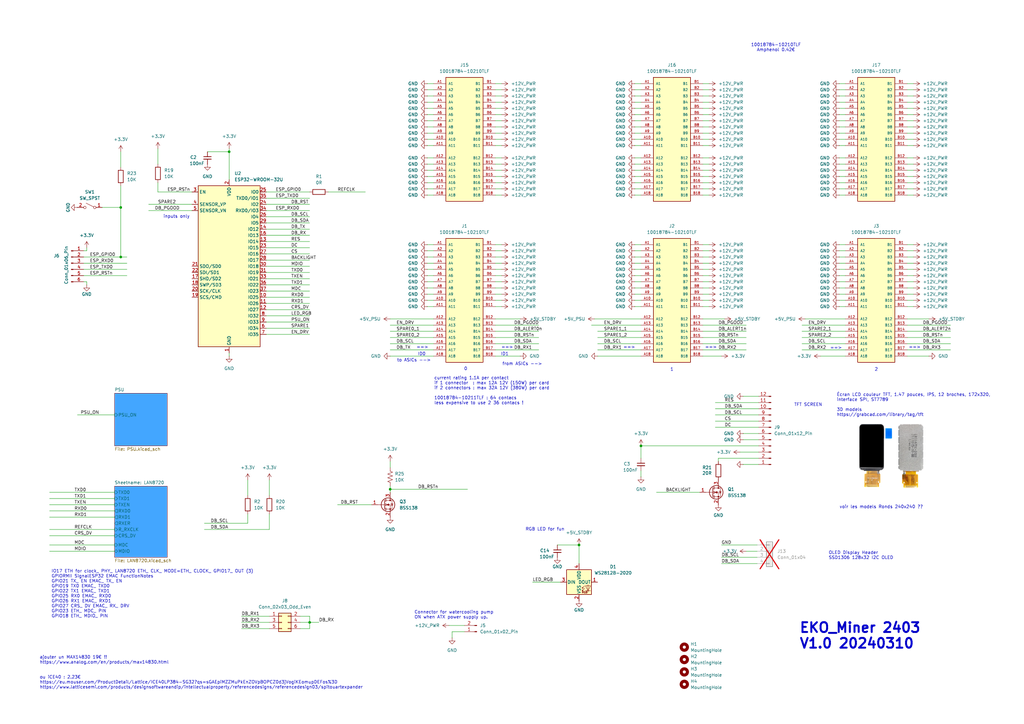
<source format=kicad_sch>
(kicad_sch (version 20231120) (generator "eeschema") (generator_version "8.0")
  (paper "A3")
  (junction (at 160.02 200.66))
  (junction (at 49.53 105.41))
  (junction (at 237.49 223.52))
  (junction (at 127 255.27))
  (junction (at 49.53 85.09))
  (junction (at 93.98 62.23))
  (junction (at 262.89 182.88))
  (wire (pts (xy 260.35 54.61) (xy 262.89 54.61)))
  (wire (pts (xy 160.02 146.05) (xy 177.8 146.05)))
  (wire (pts (xy 374.65 67.31) (xy 372.11 67.31)))
  (wire (pts (xy 290.83 67.31) (xy 288.29 67.31)))
  (wire (pts (xy 344.17 120.65) (xy 346.71 120.65)))
  (wire (pts (xy 20.32 217.17) (xy 46.99 217.17)))
  (wire (pts (xy 372.11 120.65) (xy 374.65 120.65)))
  (wire (pts (xy 344.17 54.61) (xy 346.71 54.61)))
  (wire (pts (xy 123.19 252.73) (xy 127 252.73)))
  (wire (pts (xy 372.11 143.51) (xy 389.89 143.51)))
  (wire (pts (xy 288.29 138.43) (xy 306.07 138.43)))
  (wire (pts (xy 295.91 228.6) (xy 310.515 228.6)))
  (wire (pts (xy 260.35 102.87) (xy 262.89 102.87)))
  (wire (pts (xy 290.83 123.19) (xy 288.29 123.19)))
  (wire (pts (xy 372.11 115.57) (xy 374.65 115.57)))
  (wire (pts (xy 303.53 185.42) (xy 311.15 185.42)))
  (wire (pts (xy 175.26 77.47) (xy 177.8 77.47)))
  (wire (pts (xy 245.11 138.43) (xy 262.89 138.43)))
  (wire (pts (xy 260.35 57.15) (xy 262.89 57.15)))
  (wire (pts (xy 288.29 143.51) (xy 306.07 143.51)))
  (wire (pts (xy 260.35 67.31) (xy 262.89 67.31)))
  (wire (pts (xy 260.35 100.33) (xy 262.89 100.33)))
  (wire (pts (xy 374.65 113.03) (xy 372.11 113.03)))
  (wire (pts (xy 93.98 62.23) (xy 93.98 73.66)))
  (wire (pts (xy 290.83 74.93) (xy 288.29 74.93)))
  (wire (pts (xy 260.35 110.49) (xy 262.89 110.49)))
  (wire (pts (xy 109.22 99.06) (xy 127 99.06)))
  (wire (pts (xy 205.74 80.01) (xy 203.2 80.01)))
  (wire (pts (xy 344.17 102.87) (xy 346.71 102.87)))
  (wire (pts (xy 20.32 219.71) (xy 46.99 219.71)))
  (wire (pts (xy 228.6 223.52) (xy 237.49 223.52)))
  (wire (pts (xy 328.93 138.43) (xy 346.71 138.43)))
  (wire (pts (xy 109.22 116.84) (xy 127 116.84)))
  (wire (pts (xy 160.02 143.51) (xy 177.8 143.51)))
  (wire (pts (xy 205.74 67.31) (xy 203.2 67.31)))
  (wire (pts (xy 190.5 259.08) (xy 185.42 259.08)))
  (wire (pts (xy 34.29 113.03) (xy 52.07 113.03)))
  (wire (pts (xy 205.74 123.19) (xy 203.2 123.19)))
  (wire (pts (xy 260.35 44.45) (xy 262.89 44.45)))
  (wire (pts (xy 203.2 54.61) (xy 205.74 54.61)))
  (wire (pts (xy 49.53 76.2) (xy 49.53 85.09)))
  (wire (pts (xy 205.74 72.39) (xy 203.2 72.39)))
  (wire (pts (xy 344.17 100.33) (xy 346.71 100.33)))
  (wire (pts (xy 175.26 102.87) (xy 177.8 102.87)))
  (wire (pts (xy 372.11 135.89) (xy 389.89 135.89)))
  (wire (pts (xy 101.6 196.85) (xy 101.6 203.2)))
  (wire (pts (xy 203.2 105.41) (xy 205.74 105.41)))
  (wire (pts (xy 35.56 116.84) (xy 35.56 115.57)))
  (wire (pts (xy 49.53 105.41) (xy 52.07 105.41)))
  (wire (pts (xy 344.17 107.95) (xy 346.71 107.95)))
  (wire (pts (xy 304.8 180.34) (xy 311.15 180.34)))
  (wire (pts (xy 290.83 102.87) (xy 288.29 102.87)))
  (wire (pts (xy 109.22 104.14) (xy 127 104.14)))
  (wire (pts (xy 374.65 74.93) (xy 372.11 74.93)))
  (wire (pts (xy 260.35 49.53) (xy 262.89 49.53)))
  (wire (pts (xy 290.83 46.99) (xy 288.29 46.99)))
  (wire (pts (xy 175.26 123.19) (xy 177.8 123.19)))
  (wire (pts (xy 160.02 201.93) (xy 160.02 200.66)))
  (wire (pts (xy 205.74 57.15) (xy 203.2 57.15)))
  (wire (pts (xy 293.37 165.1) (xy 311.15 165.1)))
  (wire (pts (xy 344.17 123.19) (xy 346.71 123.19)))
  (wire (pts (xy 260.35 113.03) (xy 262.89 113.03)))
  (wire (pts (xy 203.2 130.81) (xy 213.36 130.81)))
  (wire (pts (xy 78.74 78.74) (xy 64.77 78.74)))
  (wire (pts (xy 101.6 210.82) (xy 101.6 214.63)))
  (wire (pts (xy 245.11 140.97) (xy 262.89 140.97)))
  (wire (pts (xy 344.17 74.93) (xy 346.71 74.93)))
  (wire (pts (xy 344.17 34.29) (xy 346.71 34.29)))
  (wire (pts (xy 290.83 107.95) (xy 288.29 107.95)))
  (wire (pts (xy 203.2 39.37) (xy 205.74 39.37)))
  (wire (pts (xy 288.29 44.45) (xy 290.83 44.45)))
  (wire (pts (xy 374.65 118.11) (xy 372.11 118.11)))
  (wire (pts (xy 34.29 107.95) (xy 52.07 107.95)))
  (wire (pts (xy 203.2 143.51) (xy 220.98 143.51)))
  (wire (pts (xy 109.22 129.54) (xy 127 129.54)))
  (wire (pts (xy 175.26 115.57) (xy 177.8 115.57)))
  (wire (pts (xy 374.65 102.87) (xy 372.11 102.87)))
  (wire (pts (xy 175.26 107.95) (xy 177.8 107.95)))
  (wire (pts (xy 205.74 77.47) (xy 203.2 77.47)))
  (wire (pts (xy 175.26 100.33) (xy 177.8 100.33)))
  (wire (pts (xy 205.74 36.83) (xy 203.2 36.83)))
  (wire (pts (xy 175.26 118.11) (xy 177.8 118.11)))
  (wire (pts (xy 344.17 115.57) (xy 346.71 115.57)))
  (wire (pts (xy 99.06 255.27) (xy 110.49 255.27)))
  (wire (pts (xy 123.19 257.81) (xy 127 257.81)))
  (wire (pts (xy 20.32 204.47) (xy 46.99 204.47)))
  (wire (pts (xy 203.2 133.35) (xy 220.98 133.35)))
  (wire (pts (xy 381 146.05) (xy 372.11 146.05)))
  (wire (pts (xy 260.35 77.47) (xy 262.89 77.47)))
  (wire (pts (xy 344.17 77.47) (xy 346.71 77.47)))
  (wire (pts (xy 344.17 118.11) (xy 346.71 118.11)))
  (wire (pts (xy 35.56 115.57) (xy 34.29 115.57)))
  (wire (pts (xy 288.29 125.73) (xy 290.83 125.73)))
  (wire (pts (xy 372.11 130.81) (xy 381 130.81)))
  (wire (pts (xy 205.74 52.07) (xy 203.2 52.07)))
  (wire (pts (xy 20.32 209.55) (xy 46.99 209.55)))
  (wire (pts (xy 31.75 170.18) (xy 46.99 170.18)))
  (wire (pts (xy 372.11 133.35) (xy 389.89 133.35)))
  (wire (pts (xy 304.8 190.5) (xy 311.15 190.5)))
  (wire (pts (xy 175.26 34.29) (xy 177.8 34.29)))
  (wire (pts (xy 109.22 88.9) (xy 127 88.9)))
  (wire (pts (xy 213.36 146.05) (xy 203.2 146.05)))
  (wire (pts (xy 260.35 107.95) (xy 262.89 107.95)))
  (wire (pts (xy 288.29 100.33) (xy 290.83 100.33)))
  (wire (pts (xy 374.65 46.99) (xy 372.11 46.99)))
  (wire (pts (xy 344.17 44.45) (xy 346.71 44.45)))
  (wire (pts (xy 160.02 140.97) (xy 177.8 140.97)))
  (wire (pts (xy 35.56 101.6) (xy 35.56 102.87)))
  (wire (pts (xy 288.29 105.41) (xy 290.83 105.41)))
  (wire (pts (xy 288.29 34.29) (xy 290.83 34.29)))
  (wire (pts (xy 328.93 133.35) (xy 346.71 133.35)))
  (wire (pts (xy 109.22 127) (xy 127 127)))
  (wire (pts (xy 290.83 36.83) (xy 288.29 36.83)))
  (wire (pts (xy 260.35 36.83) (xy 262.89 36.83)))
  (wire (pts (xy 260.35 34.29) (xy 262.89 34.29)))
  (wire (pts (xy 35.56 102.87) (xy 34.29 102.87)))
  (wire (pts (xy 374.65 69.85) (xy 372.11 69.85)))
  (wire (pts (xy 237.49 223.52) (xy 237.49 231.14)))
  (wire (pts (xy 109.22 124.46) (xy 127 124.46)))
  (wire (pts (xy 374.65 123.19) (xy 372.11 123.19)))
  (wire (pts (xy 372.11 44.45) (xy 374.65 44.45)))
  (wire (pts (xy 205.74 74.93) (xy 203.2 74.93)))
  (wire (pts (xy 160.02 138.43) (xy 177.8 138.43)))
  (wire (pts (xy 175.26 54.61) (xy 177.8 54.61)))
  (wire (pts (xy 175.26 74.93) (xy 177.8 74.93)))
  (wire (pts (xy 372.11 39.37) (xy 374.65 39.37)))
  (wire (pts (xy 134.62 78.74) (xy 149.86 78.74)))
  (wire (pts (xy 123.19 255.27) (xy 127 255.27)))
  (wire (pts (xy 109.22 81.28) (xy 127 81.28)))
  (wire (pts (xy 328.93 143.51) (xy 346.71 143.51)))
  (wire (pts (xy 260.35 120.65) (xy 262.89 120.65)))
  (wire (pts (xy 288.29 59.69) (xy 290.83 59.69)))
  (wire (pts (xy 85.09 62.23) (xy 93.98 62.23)))
  (wire (pts (xy 203.2 34.29) (xy 205.74 34.29)))
  (wire (pts (xy 374.65 64.77) (xy 372.11 64.77)))
  (wire (pts (xy 20.32 201.93) (xy 46.99 201.93)))
  (wire (pts (xy 295.91 223.52) (xy 310.515 223.52)))
  (wire (pts (xy 260.35 46.99) (xy 262.89 46.99)))
  (wire (pts (xy 175.26 105.41) (xy 177.8 105.41)))
  (wire (pts (xy 109.22 121.92) (xy 127 121.92)))
  (wire (pts (xy 205.74 107.95) (xy 203.2 107.95)))
  (wire (pts (xy 372.11 59.69) (xy 374.65 59.69)))
  (wire (pts (xy 242.57 133.35) (xy 262.89 133.35)))
  (wire (pts (xy 109.22 109.22) (xy 127 109.22)))
  (wire (pts (xy 175.26 69.85) (xy 177.8 69.85)))
  (wire (pts (xy 330.2 130.81) (xy 346.71 130.81)))
  (wire (pts (xy 203.2 135.89) (xy 220.98 135.89)))
  (wire (pts (xy 260.35 59.69) (xy 262.89 59.69)))
  (wire (pts (xy 290.83 64.77) (xy 288.29 64.77)))
  (wire (pts (xy 49.53 85.09) (xy 49.53 105.41)))
  (wire (pts (xy 344.17 113.03) (xy 346.71 113.03)))
  (wire (pts (xy 260.35 74.93) (xy 262.89 74.93)))
  (wire (pts (xy 294.64 189.23) (xy 294.64 187.96)))
  (wire (pts (xy 175.26 46.99) (xy 177.8 46.99)))
  (wire (pts (xy 306.07 226.06) (xy 310.515 226.06)))
  (wire (pts (xy 372.11 105.41) (xy 374.65 105.41)))
  (wire (pts (xy 288.29 54.61) (xy 290.83 54.61)))
  (wire (pts (xy 262.89 182.88) (xy 311.15 182.88)))
  (wire (pts (xy 290.83 118.11) (xy 288.29 118.11)))
  (wire (pts (xy 344.17 105.41) (xy 346.71 105.41)))
  (wire (pts (xy 175.26 59.69) (xy 177.8 59.69)))
  (wire (pts (xy 203.2 120.65) (xy 205.74 120.65)))
  (wire (pts (xy 60.96 83.82) (xy 78.74 83.82)))
  (wire (pts (xy 344.17 69.85) (xy 346.71 69.85)))
  (wire (pts (xy 160.02 189.23) (xy 160.02 191.77)))
  (wire (pts (xy 295.91 231.14) (xy 310.515 231.14)))
  (wire (pts (xy 127 257.81) (xy 127 255.27)))
  (wire (pts (xy 175.26 120.65) (xy 177.8 120.65)))
  (wire (pts (xy 109.22 91.44) (xy 127 91.44)))
  (wire (pts (xy 294.64 187.96) (xy 311.15 187.96)))
  (wire (pts (xy 20.32 226.06) (xy 46.99 226.06)))
  (wire (pts (xy 290.83 72.39) (xy 288.29 72.39)))
  (wire (pts (xy 160.02 135.89) (xy 177.8 135.89)))
  (wire (pts (xy 262.89 182.88) (xy 262.89 187.96)))
  (wire (pts (xy 205.74 113.03) (xy 203.2 113.03)))
  (wire (pts (xy 344.17 36.83) (xy 346.71 36.83)))
  (wire (pts (xy 344.17 41.91) (xy 346.71 41.91)))
  (wire (pts (xy 344.17 39.37) (xy 346.71 39.37)))
  (wire (pts (xy 245.11 146.05) (xy 262.89 146.05)))
  (wire (pts (xy 260.35 72.39) (xy 262.89 72.39)))
  (wire (pts (xy 99.06 252.73) (xy 110.49 252.73)))
  (wire (pts (xy 109.22 106.68) (xy 127 106.68)))
  (wire (pts (xy 109.22 101.6) (xy 127 101.6)))
  (wire (pts (xy 93.98 60.96) (xy 93.98 62.23)))
  (wire (pts (xy 203.2 115.57) (xy 205.74 115.57)))
  (wire (pts (xy 288.29 49.53) (xy 290.83 49.53)))
  (wire (pts (xy 203.2 49.53) (xy 205.74 49.53)))
  (wire (pts (xy 288.29 133.35) (xy 306.07 133.35)))
  (wire (pts (xy 374.65 57.15) (xy 372.11 57.15)))
  (wire (pts (xy 175.26 49.53) (xy 177.8 49.53)))
  (wire (pts (xy 328.93 140.97) (xy 346.71 140.97)))
  (wire (pts (xy 160.02 200.66) (xy 191.77 200.66)))
  (wire (pts (xy 175.26 113.03) (xy 177.8 113.03)))
  (wire (pts (xy 203.2 44.45) (xy 205.74 44.45)))
  (wire (pts (xy 293.37 175.26) (xy 311.15 175.26)))
  (wire (pts (xy 175.26 41.91) (xy 177.8 41.91)))
  (wire (pts (xy 34.29 110.49) (xy 52.07 110.49)))
  (wire (pts (xy 205.74 69.85) (xy 203.2 69.85)))
  (wire (pts (xy 336.55 146.05) (xy 346.71 146.05)))
  (wire (pts (xy 175.26 36.83) (xy 177.8 36.83)))
  (wire (pts (xy 288.29 140.97) (xy 306.07 140.97)))
  (wire (pts (xy 262.89 193.04) (xy 262.89 195.58)))
  (wire (pts (xy 109.22 83.82) (xy 127 83.82)))
  (wire (pts (xy 344.17 52.07) (xy 346.71 52.07)))
  (wire (pts (xy 175.26 80.01) (xy 177.8 80.01)))
  (wire (pts (xy 293.37 170.18) (xy 311.15 170.18)))
  (wire (pts (xy 304.8 177.8) (xy 311.15 177.8)))
  (wire (pts (xy 138.43 207.01) (xy 152.4 207.01)))
  (wire (pts (xy 372.11 140.97) (xy 389.89 140.97)))
  (wire (pts (xy 160.02 133.35) (xy 177.8 133.35)))
  (wire (pts (xy 290.83 41.91) (xy 288.29 41.91)))
  (wire (pts (xy 218.44 238.76) (xy 229.87 238.76)))
  (wire (pts (xy 203.2 59.69) (xy 205.74 59.69)))
  (wire (pts (xy 344.17 110.49) (xy 346.71 110.49)))
  (wire (pts (xy 64.77 60.96) (xy 64.77 67.31)))
  (wire (pts (xy 127 255.27) (xy 130.81 255.27)))
  (wire (pts (xy 290.83 113.03) (xy 288.29 113.03)))
  (wire (pts (xy 344.17 57.15) (xy 346.71 57.15)))
  (wire (pts (xy 60.96 86.36) (xy 78.74 86.36)))
  (wire (pts (xy 260.35 64.77) (xy 262.89 64.77)))
  (wire (pts (xy 205.74 64.77) (xy 203.2 64.77)))
  (wire (pts (xy 288.29 110.49) (xy 290.83 110.49)))
  (wire (pts (xy 374.65 80.01) (xy 372.11 80.01)))
  (wire (pts (xy 203.2 140.97) (xy 220.98 140.97)))
  (wire (pts (xy 20.32 207.01) (xy 46.99 207.01)))
  (wire (pts (xy 175.26 57.15) (xy 177.8 57.15)))
  (wire (pts (xy 245.11 143.51) (xy 262.89 143.51)))
  (wire (pts (xy 374.65 52.07) (xy 372.11 52.07)))
  (wire (pts (xy 175.26 64.77) (xy 177.8 64.77)))
  (wire (pts (xy 20.32 212.09) (xy 46.99 212.09)))
  (wire (pts (xy 260.35 69.85) (xy 262.89 69.85)))
  (wire (pts (xy 93.98 146.05) (xy 93.98 144.78)))
  (wire (pts (xy 374.65 72.39) (xy 372.11 72.39)))
  (wire (pts (xy 290.83 80.01) (xy 288.29 80.01)))
  (wire (pts (xy 269.24 201.93) (xy 287.02 201.93)))
  (wire (pts (xy 344.17 67.31) (xy 346.71 67.31)))
  (wire (pts (xy 290.83 69.85) (xy 288.29 69.85)))
  (wire (pts (xy 83.82 214.63) (xy 101.6 214.63)))
  (wire (pts (xy 109.22 86.36) (xy 127 86.36)))
  (wire (pts (xy 304.8 162.56) (xy 311.15 162.56)))
  (wire (pts (xy 175.26 72.39) (xy 177.8 72.39)))
  (wire (pts (xy 109.22 137.16) (xy 127 137.16)))
  (wire (pts (xy 344.17 59.69) (xy 346.71 59.69)))
  (wire (pts (xy 205.74 41.91) (xy 203.2 41.91)))
  (wire (pts (xy 20.32 223.52) (xy 46.99 223.52)))
  (wire (pts (xy 185.42 259.08) (xy 185.42 261.62)))
  (wire (pts (xy 127 252.73) (xy 127 255.27)))
  (wire (pts (xy 372.11 49.53) (xy 374.65 49.53)))
  (wire (pts (xy 203.2 138.43) (xy 220.98 138.43)))
  (wire (pts (xy 110.49 196.85) (xy 110.49 203.2)))
  (wire (pts (xy 175.26 44.45) (xy 177.8 44.45)))
  (wire (pts (xy 344.17 64.77) (xy 346.71 64.77)))
  (wire (pts (xy 344.17 125.73) (xy 346.71 125.73)))
  (wire (pts (xy 205.74 46.99) (xy 203.2 46.99)))
  (wire (pts (xy 34.29 105.41) (xy 49.53 105.41)))
  (wire (pts (xy 293.37 167.64) (xy 311.15 167.64)))
  (wire (pts (xy 260.35 105.41) (xy 262.89 105.41)))
  (wire (pts (xy 260.35 115.57) (xy 262.89 115.57)))
  (wire (pts (xy 260.35 125.73) (xy 262.89 125.73)))
  (wire (pts (xy 109.22 134.62) (xy 127 134.62)))
  (wire (pts (xy 344.17 80.01) (xy 346.71 80.01)))
  (wire (pts (xy 205.74 102.87) (xy 203.2 102.87)))
  (wire (pts (xy 288.29 135.89) (xy 306.07 135.89)))
  (wire (pts (xy 372.11 110.49) (xy 374.65 110.49)))
  (wire (pts (xy 175.26 125.73) (xy 177.8 125.73)))
  (wire (pts (xy 372.11 54.61) (xy 374.65 54.61)))
  (wire (pts (xy 344.17 49.53) (xy 346.71 49.53)))
  (wire (pts (xy 41.91 85.09) (xy 49.53 85.09)))
  (wire (pts (xy 290.83 77.47) (xy 288.29 77.47)))
  (wire (pts (xy 374.65 77.47) (xy 372.11 77.47)))
  (wire (pts (xy 372.11 34.29) (xy 374.65 34.29)))
  (wire (pts (xy 295.91 146.05) (xy 288.29 146.05)))
  (wire (pts (xy 49.53 62.23) (xy 49.53 68.58)))
  (wire (pts (xy 372.11 125.73) (xy 374.65 125.73)))
  (wire (pts (xy 260.35 52.07) (xy 262.89 52.07)))
  (wire (pts (xy 175.26 52.07) (xy 177.8 52.07)))
  (wire (pts (xy 83.82 217.17) (xy 110.49 217.17)))
  (wire (pts (xy 288.29 39.37) (xy 290.83 39.37)))
  (wire (pts (xy 328.93 135.89) (xy 346.71 135.89)))
  (wire (pts (xy 288.29 120.65) (xy 290.83 120.65)))
  (wire (pts (xy 205.74 118.11) (xy 203.2 118.11)))
  (wire (pts (xy 372.11 100.33) (xy 374.65 100.33)))
  (wire (pts (xy 109.22 119.38) (xy 127 119.38)))
  (wire (pts (xy 175.26 39.37) (xy 177.8 39.37)))
  (wire (pts (xy 374.65 36.83) (xy 372.11 36.83)))
  (wire (pts (xy 109.22 114.3) (xy 127 114.3)))
  (wire (pts (xy 260.35 39.37) (xy 262.89 39.37)))
  (wire (pts (xy 288.29 115.57) (xy 290.83 115.57)))
  (wire (pts (xy 109.22 111.76) (xy 127 111.76)))
  (wire (pts (xy 293.37 172.72) (xy 311.15 172.72)))
  (wire (pts (xy 109.22 132.08) (xy 127 132.08)))
  (wire (pts (xy 160.02 130.81) (xy 177.8 130.81)))
  (wire (pts (xy 203.2 125.73) (xy 205.74 125.73)))
  (wire (pts (xy 109.22 96.52) (xy 127 96.52)))
  (wire (pts (xy 374.65 107.95) (xy 372.11 107.95)))
  (wire (pts (xy 203.2 110.49) (xy 205.74 110.49)))
  (wire (pts (xy 64.77 78.74) (xy 64.77 74.93)))
  (wire (pts (xy 260.35 80.01) (xy 262.89 80.01)))
  (wire (pts (xy 109.22 93.98) (xy 127 93.98)))
  (wire (pts (xy 184.15 256.54) (xy 190.5 256.54)))
  (wire (pts (xy 175.26 110.49) (xy 177.8 110.49)))
  (wire (pts (xy 260.35 41.91) (xy 262.89 41.91)))
  (wire (pts (xy 243.84 130.81) (xy 262.89 130.81)))
  (wire (pts (xy 175.26 67.31) (xy 177.8 67.31)))
  (wire (pts (xy 374.65 41.91) (xy 372.11 41.91)))
  (wire (pts (xy 372.11 138.43) (xy 389.89 138.43)))
  (wire (pts (xy 288.29 130.81) (xy 297.18 130.81)))
  (wire (pts (xy 260.35 118.11) (xy 262.89 118.11)))
  (wire (pts (xy 290.83 57.15) (xy 288.29 57.15)))
  (wire (pts (xy 245.11 135.89) (xy 262.89 135.89)))
  (wire (pts (xy 110.49 217.17) (xy 110.49 210.82)))
  (wire (pts (xy 344.17 72.39) (xy 346.71 72.39)))
  (wire (pts (xy 260.35 123.19) (xy 262.89 123.19)))
  (wire (pts (xy 290.83 52.07) (xy 288.29 52.07)))
  (wire (pts (xy 99.06 257.81) (xy 110.49 257.81)))
  (wire (pts (xy 203.2 100.33) (xy 205.74 100.33)))
  (wire (pts (xy 344.17 46.99) (xy 346.71 46.99)))
  (wire (pts (xy 160.02 199.39) (xy 160.02 200.66)))
  (wire (pts (xy 109.22 78.74) (xy 127 78.74)))
  (image (at 365.76 186.69) (scale 0.297159))
  (text "2" (at 359.41 151.638 0) (effects (font (size 1.27 1.27))))
  (text "to ASICs -->" (at 162.814 147.828 0) (effects (font (size 1.27 1.27)) (justify left)))
  (text "current rating 1.1A per contact\nif 1 connector  : max 12A 12V (150W) per card\nif 2 connectors : max 32A 12V (380W) per card\n\n10018784-10211TLF : 64 contacs\nless expensive to use 2 36 contacs !" (at 178.054 160.274 0) (effects (font (size 1.27 1.27)) (justify left)))
  (text "10018784-10210TLF\nAmphenol 0.42€" (at 318.262 19.558 0) (effects (font (size 1.27 1.27))))
  (text "voir les models Ronds 240x240 ??" (at 361.442 208.026 0) (effects (font (size 1.27 1.27))))
  (text "TFT SCREEN" (at 331.47 166.116 0) (effects (font (size 1.27 1.27))))
  (text "==>" (at 173.228 142.494 0) (effects (font (size 1.27 1.27))))
  (text "1" (at 275.59 151.638 0) (effects (font (size 1.27 1.27))))
  (text "==>" (at 375.158 142.494 0) (effects (font (size 1.27 1.27))))
  (text "==>" (at 342.9 142.748 0) (effects (font (size 1.27 1.27))))
  (text "ajouter un MAX14830 19€ !!\nhttps://www.analog.com/en/products/max14830.html\n\n\nou iCE40 : 2.23€\nhttps://eu.mouser.com/ProductDetail/Lattice/ICE40LP384-SG32?qs=sGAEpiMZZMuPkEnZOVpBOPCZ0d3jVogiKEomupDEFos%3D\nhttps://www.latticesemi.com/products/designsoftwareandip/intellectualproperty/referencedesigns/referencedesign03/spitouartexpander\n" (at 16.256 275.844 0) (effects (font (size 1.27 1.27)) (justify left)))
  (text "OLED Display Header\nSSD1306 128x32 I2C OLED" (at 339.852 229.616 0) (effects (font (size 1.27 1.27)) (justify left bottom)))
  (text "Connector for watercooling pump\nON when ATX power supply up." (at 169.926 252.222 0) (effects (font (size 1.27 1.27)) (justify left)))
  (text "ID0" (at 172.974 145.288 0) (effects (font (size 1.27 1.27))))
  (text "Écran LCD couleur TFT, 1.47 pouces, IPS, 12 broches, 172x320, \ninterface SPI, ST7789\n\n3D models\nhttps://grabcad.com/library/tag/tft" (at 343.154 166.116 0) (effects (font (size 1.27 1.27)) (justify left)))
  (text "inputs only" (at 72.39 88.9 0) (effects (font (size 1.27 1.27))))
  (text "IO17 ETH for clock_ PHY_ LAN8720 ETH_ CLK_ MODE=ETH_ CLOCK_ GPIO17_ OUT (3)\nGPIORMII SignalESP32 EMAC FunctionNotes\nGPIO21 TX_ EN EMAC_ TX_ EN\nGPIO19 TX0 EMAC_ TXD0\nGPIO22 TX1 EMAC_ TXD1\nGPIO25 RX0 EMAC_ RXD0\nGPIO26 RX1 EMAC_ RXD1\nGPIO27 CRS_ DV EMAC_ RX_ DRV\nGPIO23 ETH_ MDC_ PIN\nGPIO18 ETH_ MDIO_ PIN" (at 21.082 243.586 0) (effects (font (size 1.27 1.27)) (justify left)))
  (text "==>" (at 208.026 142.494 0) (effects (font (size 1.27 1.27))))
  (text "from ASICs -->" (at 205.994 149.352 0) (effects (font (size 1.27 1.27)) (justify left)))
  (text "RGB LED for fun" (at 223.52 217.17 0) (effects (font (size 1.27 1.27))))
  (text "==>" (at 258.064 142.494 0) (effects (font (size 1.27 1.27))))
  (text "ID1" (at 207.01 145.288 0) (effects (font (size 1.27 1.27))))
  (text "0" (at 191.008 151.384 0) (effects (font (size 1.27 1.27))))
  (text "EKO_Miner 2403\nV1.0 20240310" (at 327.66 260.858 0) (effects (font (size 4 4) (thickness 0.8) (bold yes)) (justify left)))
  (text "==>" (at 291.592 142.494 0) (effects (font (size 1.27 1.27))))
  (label "DB_RSTn" (at 210.82 138.43 0))
  (label "DB_RX2" (at 294.64 143.51 0))
  (label "DB_SDA" (at 294.64 140.97 0))
  (label "DB_SDA" (at 86.36 217.17 0))
  (label "TXD0" (at 30.48 201.93 0))
  (label "DB_SCL" (at 119.38 88.9 0))
  (label "GND" (at 295.91 223.52 0))
  (label "TXEN" (at 119.38 114.3 0))
  (label "DB_PGOOD" (at 378.46 133.35 0))
  (label "RXD1" (at 119.38 124.46 0))
  (label "SPARE1_2" (at 247.65 138.43 0))
  (label "DB_ALERT2n" (at 378.46 135.89 0))
  (label "DB_SCL" (at 247.65 140.97 0))
  (label "RES" (at 119.38 99.06 0))
  (label "DB_SDA" (at 297.18 167.64 0))
  (label "BACKLIGHT" (at 119.38 106.68 0))
  (label "DB_SDA" (at 210.82 140.97 0))
  (label "DB_TX" (at 162.56 143.51 0))
  (label "RXD0" (at 119.38 121.92 0))
  (label "SPARE2" (at 64.77 83.82 0))
  (label "DB_SDA" (at 378.46 140.97 0))
  (label "EN_DRV" (at 119.38 137.16 0))
  (label "DB_RST" (at 139.7 207.01 0))
  (label "DB_SCL" (at 162.56 140.97 0))
  (label "REFCLK" (at 138.43 78.74 0))
  (label "ESP_RXD0" (at 113.03 86.36 0))
  (label "DB_TX" (at 119.38 93.98 0))
  (label "DB_ALERT1n" (at 294.64 135.89 0))
  (label "DB_RX" (at 130.81 255.27 0))
  (label "ESP_TXD0" (at 113.03 81.28 0))
  (label "REFCLK" (at 30.48 217.17 0))
  (label "ESP_RSTn" (at 68.58 78.74 0))
  (label "TXEN" (at 30.48 207.01 0))
  (label "DB_SCL" (at 297.18 170.18 0))
  (label "EN_DRV" (at 162.56 133.35 0))
  (label "PSU_ON" (at 33.02 170.18 0))
  (label "ESP_TXD0" (at 36.83 110.49 0))
  (label "PSU_ON" (at 119.38 132.08 0))
  (label "TXD1" (at 119.38 116.84 0))
  (label "ESP_GPIO0" (at 113.03 78.74 0))
  (label "DC" (at 297.18 175.26 0))
  (label "DB_ALERT0n" (at 210.82 135.89 0))
  (label "DC" (at 119.38 101.6 0))
  (label "DB_SCL" (at 86.36 214.63 0))
  (label "TXD0" (at 119.38 111.76 0))
  (label "TXD1" (at 30.48 204.47 0))
  (label "DB_SCL" (at 295.91 228.6 0))
  (label "DB_SDA" (at 295.91 231.14 0))
  (label "BACKLIGHT" (at 273.05 201.93 0))
  (label "SPARE2_2" (at 331.47 138.43 0))
  (label "ESP_RSTn" (at 36.83 113.03 0))
  (label "DB_SDA" (at 119.38 91.44 0))
  (label "DB_RX3" (at 99.06 257.81 0))
  (label "MDIO" (at 30.48 226.06 0))
  (label "MDC" (at 119.38 119.38 0))
  (label "CS" (at 119.38 104.14 0))
  (label "LED_RGB" (at 218.44 238.76 0))
  (label "RXD1" (at 30.48 212.09 0))
  (label "MDC" (at 30.48 223.52 0))
  (label "ESP_RXD0" (at 36.83 107.95 0))
  (label "DB_RX1" (at 99.06 252.73 0))
  (label "CRS_DV" (at 30.48 219.71 0))
  (label "SPARE0_1" (at 162.56 135.89 0))
  (label "DB_RSTn" (at 294.64 138.43 0))
  (label "DB_RST" (at 119.38 83.82 0))
  (label "DB_RX1" (at 247.65 143.51 0))
  (label "CS" (at 297.18 172.72 0))
  (label "DB_RX" (at 119.38 96.52 0))
  (label "LED_RGB" (at 119.38 129.54 0))
  (label "SPARE1_1" (at 247.65 135.89 0))
  (label "ESP_GPIO0" (at 36.83 105.41 0))
  (label "MDIO" (at 119.38 109.22 0))
  (label "DB_RSTn" (at 171.45 200.66 0))
  (label "EN_DRV" (at 331.47 133.35 0))
  (label "RES" (at 297.18 165.1 0))
  (label "SPARE0_2" (at 162.56 138.43 0))
  (label "SPARE2_1" (at 331.47 135.89 0))
  (label "DB_PGOOD" (at 294.64 133.35 0))
  (label "EN_DRV" (at 247.65 133.35 0))
  (label "CRS_DV" (at 119.38 127 0))
  (label "DB_PGOOD" (at 63.5 86.36 0))
  (label "DB_SCL" (at 331.47 140.97 0))
  (label "DB_RX1" (at 210.82 143.51 0))
  (label "SPARE1" (at 119.38 134.62 0))
  (label "DB_PGOOD" (at 210.82 133.35 0))
  (label "DB_RX2" (at 331.47 143.51 0))
  (label "RXD0" (at 30.48 209.55 0))
  (label "DB_RX3" (at 378.46 143.51 0))
  (label "DB_RX2" (at 99.06 255.27 0))
  (label "DB_RSTn" (at 378.46 138.43 0))
  (symbol (lib_id "power:GND") (at 344.17 77.47 270) (unit 1)
    (property "Reference" "#PWR0261" (effects (hide yes)))
    (property "Value" "GND" (at 340.36 77.4699 90) (effects (justify right)))
    (property "Description" "Power symbol creates a global label with name \"GND\" , ground" (effects (hide yes)))
  )
  (symbol (lib_id "power:GND") (at 260.35 113.03 270) (unit 1)
    (property "Reference" "#PWR0215" (effects (hide yes)))
    (property "Value" "GND" (at 256.54 113.0299 90) (effects (justify right)))
    (property "Description" "Power symbol creates a global label with name \"GND\" , ground" (effects (hide yes)))
  )
  (symbol (lib_id "power:GND") (at 175.26 105.41 270) (unit 1)
    (property "Reference" "#PWR036" (effects (hide yes)))
    (property "Value" "GND" (at 171.45 105.4099 90) (effects (justify right)))
    (property "Description" "Power symbol creates a global label with name \"GND\" , ground" (effects (hide yes)))
  )
  (symbol (lib_id "Connector:Conn_01x12_Pin") (at 316.23 177.8 180) (unit 1)
    (property "Reference" "J9" (at 317.5 175.2599 0) (effects (justify right)))
    (property "Value" "Conn_01x12_Pin" (at 317.5 177.7999 0) (effects (justify right)))
    (property "Footprint" "EKO_Miner_ASIClib:LCD LBS147TC-IG01" (effects (hide yes)))
    (property "Description" "Generic connector, single row, 01x12, script generated" (effects (hide yes)))
  )
  (symbol (lib_id "power:GND") (at 175.26 100.33 270) (unit 1)
    (property "Reference" "#PWR033" (effects (hide yes)))
    (property "Value" "GND" (at 171.45 100.3299 90) (effects (justify right)))
    (property "Description" "Power symbol creates a global label with name \"GND\" , ground" (effects (hide yes)))
  )
  (symbol (lib_id "power:GND") (at 175.26 44.45 270) (unit 1)
    (property "Reference" "#PWR0145" (effects (hide yes)))
    (property "Value" "GND" (at 171.45 44.4499 90) (effects (justify right)))
    (property "Description" "Power symbol creates a global label with name \"GND\" , ground" (effects (hide yes)))
  )
  (symbol (lib_id "power:GND") (at 175.26 107.95 270) (unit 1)
    (property "Reference" "#PWR037" (effects (hide yes)))
    (property "Value" "GND" (at 171.45 107.9499 90) (effects (justify right)))
    (property "Description" "Power symbol creates a global label with name \"GND\" , ground" (effects (hide yes)))
  )
  (symbol (lib_id "power:GND") (at 344.17 41.91 270) (unit 1)
    (property "Reference" "#PWR0189" (effects (hide yes)))
    (property "Value" "GND" (at 340.36 41.9099 90) (effects (justify right)))
    (property "Description" "Power symbol creates a global label with name \"GND\" , ground" (effects (hide yes)))
  )
  (symbol (lib_id "power:GND") (at 344.17 57.15 270) (unit 1)
    (property "Reference" "#PWR0195" (effects (hide yes)))
    (property "Value" "GND" (at 340.36 57.1499 90) (effects (justify right)))
    (property "Description" "Power symbol creates a global label with name \"GND\" , ground" (effects (hide yes)))
  )
  (symbol (lib_id "power:GND") (at 175.26 118.11 270) (unit 1)
    (property "Reference" "#PWR043" (effects (hide yes)))
    (property "Value" "GND" (at 171.45 118.1099 90) (effects (justify right)))
    (property "Description" "Power symbol creates a global label with name \"GND\" , ground" (effects (hide yes)))
  )
  (symbol (lib_id "power:GND") (at 344.17 118.11 270) (unit 1)
    (property "Reference" "#PWR0230" (effects (hide yes)))
    (property "Value" "GND" (at 340.36 118.1099 90) (effects (justify right)))
    (property "Description" "Power symbol creates a global label with name \"GND\" , ground" (effects (hide yes)))
  )
  (symbol (lib_id "power:GND") (at 294.64 207.01 0) (unit 1)
    (property "Reference" "#PWR053" (effects (hide yes)))
    (property "Value" "GND" (at 294.64 211.328 0))
    (property "Description" "Power symbol creates a global label with name \"GND\" , ground" (effects (hide yes)))
  )
  (symbol (lib_id "power:GND") (at 344.17 100.33 270) (unit 1)
    (property "Reference" "#PWR0223" (effects (hide yes)))
    (property "Value" "GND" (at 340.36 100.3299 90) (effects (justify right)))
    (property "Description" "Power symbol creates a global label with name \"GND\" , ground" (effects (hide yes)))
  )
  (symbol (lib_id "power:GND") (at 304.8 177.8 270) (unit 1)
    (property "Reference" "#PWR082" (effects (hide yes)))
    (property "Value" "GND" (at 300.99 177.7999 90) (effects (justify right)))
    (property "Description" "Power symbol creates a global label with name \"GND\" , ground" (effects (hide yes)))
  )
  (symbol (lib_id "power:+3.3V") (at 205.74 57.15 270) (unit 1)
    (property "Reference" "#PWR0161" (effects (hide yes)))
    (property "Value" "+12V_PWR" (at 209.55 57.1499 90) (effects (justify left)))
  )
  (symbol (lib_id "power:+3.3V") (at 374.65 118.11 270) (unit 1)
    (property "Reference" "#PWR0243" (effects (hide yes)))
    (property "Value" "+12V_PWR" (at 378.46 118.1099 90) (effects (justify left)))
  )
  (symbol (lib_id "power:+3.3V") (at 290.83 39.37 270) (unit 1)
    (property "Reference" "#PWR0176" (effects (hide yes)))
    (property "Value" "+12V_PWR" (at 294.64 39.3699 90) (effects (justify left)))
  )
  (symbol (lib_id "power:GND") (at 344.17 59.69 270) (unit 1)
    (property "Reference" "#PWR0249" (effects (hide yes)))
    (property "Value" "GND" (at 340.36 59.6899 90) (effects (justify right)))
    (property "Description" "Power symbol creates a global label with name \"GND\" , ground" (effects (hide yes)))
  )
  (symbol (lib_id "power:GND") (at 260.35 44.45 270) (unit 1)
    (property "Reference" "#PWR0167" (effects (hide yes)))
    (property "Value" "GND" (at 256.54 44.4499 90) (effects (justify right)))
    (property "Description" "Power symbol creates a global label with name \"GND\" , ground" (effects (hide yes)))
  )
  (symbol (lib_id "power:+3.3V") (at 290.83 125.73 270) (unit 1)
    (property "Reference" "#PWR0207" (effects (hide yes)))
    (property "Value" "+12V_PWR" (at 294.64 125.7299 90) (effects (justify left)))
  )
  (symbol (lib_id "power:GND") (at 304.8 162.56 270) (unit 1)
    (property "Reference" "#PWR052" (effects (hide yes)))
    (property "Value" "GND" (at 300.99 162.5599 90) (effects (justify right)))
    (property "Description" "Power symbol creates a global label with name \"GND\" , ground" (effects (hide yes)))
  )
  (symbol (lib_id "power:+3.3V") (at 290.83 118.11 270) (unit 1)
    (property "Reference" "#PWR0204" (effects (hide yes)))
    (property "Value" "+12V_PWR" (at 294.64 118.1099 90) (effects (justify left)))
  )
  (symbol (lib_id "power:+3.3V") (at 237.49 223.52 0) (unit 1)
    (property "Reference" "#PWR0133" (effects (hide yes)))
    (property "Value" "+5V_STDBY" (at 237.49 218.44 0))
  )
  (symbol (lib_id "power:GND") (at 160.02 212.09 0) (unit 1)
    (property "Reference" "#PWR098" (effects (hide yes)))
    (property "Value" "GND" (at 160.02 217.17 0))
    (property "Description" "Power symbol creates a global label with name \"GND\" , ground" (effects (hide yes)))
  )
  (symbol (lib_id "power:GND") (at 260.35 100.33 270) (unit 1)
    (property "Reference" "#PWR0210" (effects (hide yes)))
    (property "Value" "GND" (at 256.54 100.3299 90) (effects (justify right)))
    (property "Description" "Power symbol creates a global label with name \"GND\" , ground" (effects (hide yes)))
  )
  (symbol (lib_id "RF_Module:ESP32-WROOM-32U") (at 93.98 109.22 0) (unit 1)
    (property "Reference" "U2" (at 96.1741 71.12 0) (effects (justify left)))
    (property "Value" "ESP32-WROOM-32U" (at 96.1741 73.66 0) (effects (justify left)))
    (property "Footprint" "RF_Module:ESP32-WROOM-32U" (effects (hide yes)))
    (property "Datasheet" "https://www.espressif.com/sites/default/files/documentation/esp32-wroom-32d_esp32-wroom-32u_datasheet_en.pdf" (effects (hide yes)))
    (property "Description" "RF Module, ESP32-D0WD SoC, Wi-Fi 802.11b/g/n, Bluetooth, BLE, 32-bit, 2.7-3.6V, external antenna, SMD" (effects (hide yes)))
  )
  (symbol (lib_id "power:GND") (at 344.17 120.65 270) (unit 1)
    (property "Reference" "#PWR0231" (effects (hide yes)))
    (property "Value" "GND" (at 340.36 120.6499 90) (effects (justify right)))
    (property "Description" "Power symbol creates a global label with name \"GND\" , ground" (effects (hide yes)))
  )
  (symbol (lib_id "power:GND") (at 344.17 52.07 270) (unit 1)
    (property "Reference" "#PWR0193" (effects (hide yes)))
    (property "Value" "GND" (at 340.36 52.0699 90) (effects (justify right)))
    (property "Description" "Power symbol creates a global label with name \"GND\" , ground" (effects (hide yes)))
  )
  (symbol (lib_id "power:GND") (at 175.26 77.47 270) (unit 1)
    (property "Reference" "#PWR0282" (effects (hide yes)))
    (property "Value" "GND" (at 171.45 77.4699 90) (effects (justify right)))
    (property "Description" "Power symbol creates a global label with name \"GND\" , ground" (effects (hide yes)))
  )
  (symbol (lib_id "power:GND") (at 344.17 49.53 270) (unit 1)
    (property "Reference" "#PWR0192" (effects (hide yes)))
    (property "Value" "GND" (at 340.36 49.5299 90) (effects (justify right)))
    (property "Description" "Power symbol creates a global label with name \"GND\" , ground" (effects (hide yes)))
  )
  (symbol (lib_id "Device:R_US") (at 160.02 195.58 180) (unit 1)
    (property "Reference" "R25" (at 161.925 194.31 0) (effects (justify right)))
    (property "Value" "10K" (at 161.925 196.85 0) (effects (justify right)))
    (property "Footprint" "Resistor_SMD:R_0402_1005Metric" (effects (hide yes)))
    (property "DK" "311-10KJRCT-ND" (effects (hide yes)))
    (property "PARTNO" "RC0402JR-0710KL" (effects (hide yes)))
  )
  (symbol (lib_id "power:GND") (at 260.35 67.31 270) (unit 1)
    (property "Reference" "#PWR0264" (effects (hide yes)))
    (property "Value" "GND" (at 256.54 67.3099 90) (effects (justify right)))
    (property "Description" "Power symbol creates a global label with name \"GND\" , ground" (effects (hide yes)))
  )
  (symbol (lib_id "power:GND") (at 175.26 41.91 270) (unit 1)
    (property "Reference" "#PWR0144" (effects (hide yes)))
    (property "Value" "GND" (at 171.45 41.9099 90) (effects (justify right)))
    (property "Description" "Power symbol creates a global label with name \"GND\" , ground" (effects (hide yes)))
  )
  (symbol (lib_id "power:+3.3V") (at 374.65 34.29 270) (unit 1)
    (property "Reference" "#PWR0250" (effects (hide yes)))
    (property "Value" "+12V_PWR" (at 378.46 34.2899 90) (effects (justify left)))
  )
  (symbol (lib_id "power:+3.3V") (at 205.74 113.03 270) (unit 1)
    (property "Reference" "#PWR090" (effects (hide yes)))
    (property "Value" "+12V_PWR" (at 209.55 113.0299 90) (effects (justify left)))
  )
  (symbol (lib_id "power:GND") (at 260.35 46.99 270) (unit 1)
    (property "Reference" "#PWR0168" (effects (hide yes)))
    (property "Value" "GND" (at 256.54 46.9899 90) (effects (justify right)))
    (property "Description" "Power symbol creates a global label with name \"GND\" , ground" (effects (hide yes)))
  )
  (symbol (lib_id "Connector_Generic:Conn_02x03_Odd_Even") (at 115.57 255.27 0) (unit 1)
    (property "Reference" "J8" (at 116.84 246.38 0))
    (property "Value" "Conn_02x03_Odd_Even" (at 116.84 248.92 0))
    (property "Footprint" "Connector_PinHeader_2.54mm:PinHeader_2x03_P2.54mm_Vertical" (effects (hide yes)))
    (property "Description" "Generic connector, double row, 02x03, odd/even pin numbering scheme (row 1 odd numbers, row 2 even numbers), script generated (kicad-library-utils/schlib/autogen/connector/)" (effects (hide yes)))
  )
  (symbol (lib_id "power:+3.3V") (at 205.74 64.77 270) (unit 1)
    (property "Reference" "#PWR0284" (effects (hide yes)))
    (property "Value" "+12V_PWR" (at 209.55 64.7699 90) (effects (justify left)))
  )
  (symbol (lib_id "power:+3.3V") (at 374.65 110.49 270) (unit 1)
    (property "Reference" "#PWR0240" (effects (hide yes)))
    (property "Value" "+12V_PWR" (at 378.46 110.4899 90) (effects (justify left)))
  )
  (symbol (lib_id "power:GND") (at 344.17 69.85 270) (unit 1)
    (property "Reference" "#PWR0235" (effects (hide yes)))
    (property "Value" "GND" (at 340.36 69.8499 90) (effects (justify right)))
    (property "Description" "Power symbol creates a global label with name \"GND\" , ground" (effects (hide yes)))
  )
  (symbol (lib_id "LED:WS2812B-2020") (at 237.49 238.76 0) (unit 1)
    (property "Reference" "D1" (at 251.46 232.4414 0))
    (property "Value" "WS2812B-2020" (at 251.46 234.9814 0))
    (property "Footprint" "EKO_Miner_ASIClib:WS2812B2020" (effects (hide yes)))
    (property "Datasheet" "https://cdn-shop.adafruit.com/product-files/4684/4684_WS2812B-2020_V1.3_EN.pdf" (effects (hide yes)))
    (property "Description" "RGB LED with integrated controller, 2.0 x 2.0 mm, 12 mA" (effects (hide yes)))
  )
  (symbol (lib_id "power:+3.3V") (at 160.02 189.23 0) (unit 1)
    (property "Reference" "#PWR099" (effects (hide yes)))
    (property "Value" "+3.3V" (at 160.02 184.15 0))
  )
  (symbol (lib_id "power:GND") (at 344.17 64.77 270) (unit 1)
    (property "Reference" "#PWR0222" (effects (hide yes)))
    (property "Value" "GND" (at 340.36 64.7699 90) (effects (justify right)))
    (property "Description" "Power symbol creates a global label with name \"GND\" , ground" (effects (hide yes)))
  )
  (symbol (lib_id "power:+3.3V") (at 374.65 52.07 270) (unit 1)
    (property "Reference" "#PWR0257" (effects (hide yes)))
    (property "Value" "+12V_PWR" (at 378.46 52.0699 90) (effects (justify left)))
  )
  (symbol (lib_id "power:GND") (at 175.26 54.61 270) (unit 1)
    (property "Reference" "#PWR0149" (effects (hide yes)))
    (property "Value" "GND" (at 171.45 54.6099 90) (effects (justify right)))
    (property "Description" "Power symbol creates a global label with name \"GND\" , ground" (effects (hide yes)))
  )
  (symbol (lib_id "power:GND") (at 175.26 39.37 270) (unit 1)
    (property "Reference" "#PWR0143" (effects (hide yes)))
    (property "Value" "GND" (at 171.45 39.3699 90) (effects (justify right)))
    (property "Description" "Power symbol creates a global label with name \"GND\" , ground" (effects (hide yes)))
  )
  (symbol (lib_id "power:+3.3V") (at 93.98 60.96 0) (unit 1)
    (property "Reference" "#PWR028" (effects (hide yes)))
    (property "Value" "+3.3V" (at 93.98 55.88 0))
  )
  (symbol (lib_id "power:GND") (at 344.17 46.99 270) (unit 1)
    (property "Reference" "#PWR0191" (effects (hide yes)))
    (property "Value" "GND" (at 340.36 46.9899 90) (effects (justify right)))
    (property "Description" "Power symbol creates a global label with name \"GND\" , ground" (effects (hide yes)))
  )
  (symbol (lib_id "power:GND") (at 344.17 123.19 270) (unit 1)
    (property "Reference" "#PWR0232" (effects (hide yes)))
    (property "Value" "GND" (at 340.36 123.1899 90) (effects (justify right)))
    (property "Description" "Power symbol creates a global label with name \"GND\" , ground" (effects (hide yes)))
  )
  (symbol (lib_id "Mechanical:MountingHole") (at 280.67 270.51 0) (unit 1) (in_bom no)
    (property "Reference" "H2" (at 283.21 269.2399 0) (effects (justify left)))
    (property "Value" "MountingHole" (at 283.21 271.7799 0) (effects (justify left)))
    (property "Footprint" "MountingHole:MountingHole_3.2mm_M3_DIN965_Pad" (effects (hide yes)))
    (property "Description" "Mounting Hole without connection" (effects (hide yes)))
  )
  (symbol (lib_id "power:+3.3V") (at 205.74 107.95 270) (unit 1)
    (property "Reference" "#PWR088" (effects (hide yes)))
    (property "Value" "+12V_PWR" (at 209.55 107.9499 90) (effects (justify left)))
  )
  (symbol (lib_id "power:+3.3V") (at 205.74 125.73 270) (unit 1)
    (property "Reference" "#PWR095" (effects (hide yes)))
    (property "Value" "+12V_PWR" (at 209.55 125.7299 90) (effects (justify left)))
  )
  (symbol (lib_id "Switch:SW_SPST") (at 36.83 85.09 0) (mirror y) (unit 1)
    (property "Reference" "SW1" (at 36.83 78.74 0))
    (property "Value" "SW_SPST" (at 36.83 81.28 0))
    (property "Footprint" "Button_Switch_THT:SW_PUSH_6mm_H9.5mm" (effects (hide yes)))
    (property "Description" "Single Pole Single Throw (SPST) switch" (effects (hide yes)))
  )
  (symbol (lib_id "10018784-10210TLF:10018784-10210TLF") (at 190.5 57.15 0) (unit 1)
    (property "Reference" "J15" (at 190.5 26.67 0))
    (property "Value" "10018784-10210TLF" (at 190.5 29.21 0))
    (property "Footprint" "EKO_Miner_ASIClib:AMPHENOL_10018784-10210TLF" (effects (hide yes)))
    (property "MF" "Amphenol ICC" (effects (hide yes)))
    (property "Description_1" "\n36 Position Female Connector PCI Express™ Gold 0.039 (1.00mm) Black\n" (effects (hide yes)))
    (property "Package" "None" (effects (hide yes)))
    (property "Price" "None" (effects (hide yes)))
    (property "Check_prices" "https://www.snapeda.com/parts/10018784-10210TLF/Amphenol+FCI/view-part/?ref=eda" (effects (hide yes)))
    (property "STANDARD" "Manufacturer Recommendations" (effects (hide yes)))
    (property "PARTREV" "S" (effects (hide yes)))
    (property "SnapEDA_Link" "https://www.snapeda.com/parts/10018784-10210TLF/Amphenol+FCI/view-part/?ref=snap" (effects (hide yes)))
    (property "MP" "10018784-10210TLF" (effects (hide yes)))
    (property "Purchase-URL" "https://www.snapeda.com/api/url_track_click_mouser/?unipart_id=520950&manufacturer=Amphenol ICC&part_name=10018784-10210TLF&search_term=10018784-10210tlf" (effects (hide yes)))
    (property "Availability" "In Stock" (effects (hide yes)))
    (property "MANUFACTURER" "Amphenol" (effects (hide yes)))
  )
  (symbol (lib_id "10018784-10210TLF:10018784-10210TLF") (at 359.41 123.19 0) (unit 1)
    (property "Reference" "J3" (at 359.41 92.71 0))
    (property "Value" "10018784-10210TLF" (at 359.41 95.25 0))
    (property "Footprint" "EKO_Miner_ASIClib:AMPHENOL_10018784-10210TLF" (effects (hide yes)))
    (property "MF" "Amphenol ICC" (effects (hide yes)))
    (property "Description_1" "\n36 Position Female Connector PCI Express™ Gold 0.039 (1.00mm) Black\n" (effects (hide yes)))
    (property "Package" "None" (effects (hide yes)))
    (property "Price" "None" (effects (hide yes)))
    (property "Check_prices" "https://www.snapeda.com/parts/10018784-10210TLF/Amphenol+FCI/view-part/?ref=eda" (effects (hide yes)))
    (property "STANDARD" "Manufacturer Recommendations" (effects (hide yes)))
    (property "PARTREV" "S" (effects (hide yes)))
    (property "SnapEDA_Link" "https://www.snapeda.com/parts/10018784-10210TLF/Amphenol+FCI/view-part/?ref=snap" (effects (hide yes)))
    (property "MP" "10018784-10210TLF" (effects (hide yes)))
    (property "Purchase-URL" "https://www.snapeda.com/api/url_track_click_mouser/?unipart_id=520950&manufacturer=Amphenol ICC&part_name=10018784-10210TLF&search_term=10018784-10210tlf" (effects (hide yes)))
    (property "Availability" "In Stock" (effects (hide yes)))
    (property "MANUFACTURER" "Amphenol" (effects (hide yes)))
  )
  (symbol (lib_id "power:+3.3V") (at 205.74 49.53 270) (unit 1)
    (property "Reference" "#PWR0158" (effects (hide yes)))
    (property "Value" "+12V_PWR" (at 209.55 49.5299 90) (effects (justify left)))
  )
  (symbol (lib_id "Connector_Generic:Conn_01x04") (at 315.595 226.06 0) (unit 1) (in_bom no) (dnp yes)
    (property "Reference" "J13" (at 318.77 226.06 0) (effects (justify left)))
    (property "Value" "Conn_01x04" (at 318.77 228.6 0) (effects (justify left)))
    (property "Footprint" "Connector_PinHeader_2.54mm:PinHeader_1x04_P2.54mm_Vertical" (effects (hide yes)))
  )
  (symbol (lib_id "power:GND") (at 35.56 116.84 0) (unit 1)
    (property "Reference" "#PWR056" (effects (hide yes)))
    (property "Value" "GND" (at 35.56 120.65 0))
    (property "Description" "Power symbol creates a global label with name \"GND\" , ground" (effects (hide yes)))
  )
  (symbol (lib_id "10018784-10210TLF:10018784-10210TLF") (at 275.59 57.15 0) (unit 1)
    (property "Reference" "J16" (at 275.59 26.67 0))
    (property "Value" "10018784-10210TLF" (at 275.59 29.21 0))
    (property "Footprint" "EKO_Miner_ASIClib:AMPHENOL_10018784-10210TLF" (effects (hide yes)))
    (property "MF" "Amphenol ICC" (effects (hide yes)))
    (property "Description_1" "\n36 Position Female Connector PCI Express™ Gold 0.039 (1.00mm) Black\n" (effects (hide yes)))
    (property "Package" "None" (effects (hide yes)))
    (property "Price" "None" (effects (hide yes)))
    (property "Check_prices" "https://www.snapeda.com/parts/10018784-10210TLF/Amphenol+FCI/view-part/?ref=eda" (effects (hide yes)))
    (property "STANDARD" "Manufacturer Recommendations" (effects (hide yes)))
    (property "PARTREV" "S" (effects (hide yes)))
    (property "SnapEDA_Link" "https://www.snapeda.com/parts/10018784-10210TLF/Amphenol+FCI/view-part/?ref=snap" (effects (hide yes)))
    (property "MP" "10018784-10210TLF" (effects (hide yes)))
    (property "Purchase-URL" "https://www.snapeda.com/api/url_track_click_mouser/?unipart_id=520950&manufacturer=Amphenol ICC&part_name=10018784-10210TLF&search_term=10018784-10210tlf" (effects (hide yes)))
    (property "Availability" "In Stock" (effects (hide yes)))
    (property "MANUFACTURER" "Amphenol" (effects (hide yes)))
  )
  (symbol (lib_id "power:+3.3V") (at 205.74 34.29 270) (unit 1)
    (property "Reference" "#PWR0152" (effects (hide yes)))
    (property "Value" "+12V_PWR" (at 209.55 34.2899 90) (effects (justify left)))
  )
  (symbol (lib_id "power:+3.3V") (at 205.74 52.07 270) (unit 1)
    (property "Reference" "#PWR0159" (effects (hide yes)))
    (property "Value" "+12V_PWR" (at 209.55 52.0699 90) (effects (justify left)))
  )
  (symbol (lib_id "power:GND") (at 175.26 102.87 270) (unit 1)
    (property "Reference" "#PWR035" (effects (hide yes)))
    (property "Value" "GND" (at 171.45 102.8699 90) (effects (justify right)))
    (property "Description" "Power symbol creates a global label with name \"GND\" , ground" (effects (hide yes)))
  )
  (symbol (lib_id "power:+3.3V") (at 290.83 74.93 270) (unit 1)
    (property "Reference" "#PWR0274" (effects (hide yes)))
    (property "Value" "+12V_PWR" (at 294.64 74.9299 90) (effects (justify left)))
  )
  (symbol (lib_id "power:+3.3V") (at 35.56 101.6 0) (unit 1)
    (property "Reference" "#PWR055" (effects (hide yes)))
    (property "Value" "+3.3V" (at 35.56 96.52 0))
  )
  (symbol (lib_id "power:GND") (at 344.17 39.37 270) (unit 1)
    (property "Reference" "#PWR0188" (effects (hide yes)))
    (property "Value" "GND" (at 340.36 39.3699 90) (effects (justify right)))
    (property "Description" "Power symbol creates a global label with name \"GND\" , ground" (effects (hide yes)))
  )
  (symbol (lib_id "power:GND") (at 175.26 64.77 270) (unit 1)
    (property "Reference" "#PWR0277" (effects (hide yes)))
    (property "Value" "GND" (at 171.45 64.7699 90) (effects (justify right)))
    (property "Description" "Power symbol creates a global label with name \"GND\" , ground" (effects (hide yes)))
  )
  (symbol (lib_id "power:GND") (at 175.26 123.19 270) (unit 1)
    (property "Reference" "#PWR054" (effects (hide yes)))
    (property "Value" "GND" (at 171.45 123.1899 90) (effects (justify right)))
    (property "Description" "Power symbol creates a global label with name \"GND\" , ground" (effects (hide yes)))
  )
  (symbol (lib_id "power:+3.3V") (at 374.65 72.39 270) (unit 1)
    (property "Reference" "#PWR0135" (effects (hide yes)))
    (property "Value" "+12V_PWR" (at 378.46 72.3899 90) (effects (justify left)))
  )
  (symbol (lib_id "power:GND") (at 245.11 146.05 270) (unit 1)
    (property "Reference" "#PWR0196" (effects (hide yes)))
    (property "Value" "GND" (at 241.3 146.0499 90) (effects (justify right)))
    (property "Description" "Power symbol creates a global label with name \"GND\" , ground" (effects (hide yes)))
  )
  (symbol (lib_id "power:GND") (at 175.26 49.53 270) (unit 1)
    (property "Reference" "#PWR0147" (effects (hide yes)))
    (property "Value" "GND" (at 171.45 49.5299 90) (effects (justify right)))
    (property "Description" "Power symbol creates a global label with name \"GND\" , ground" (effects (hide yes)))
  )
  (symbol (lib_id "power:+3.3V") (at 205.74 118.11 270) (unit 1)
    (property "Reference" "#PWR092" (effects (hide yes)))
    (property "Value" "+12V_PWR" (at 209.55 118.1099 90) (effects (justify left)))
  )
  (symbol (lib_id "power:+3.3V") (at 205.74 36.83 270) (unit 1)
    (property "Reference" "#PWR0153" (effects (hide yes)))
    (property "Value" "+12V_PWR" (at 209.55 36.8299 90) (effects (justify left)))
  )
  (symbol (lib_id "power:GND") (at 85.09 67.31 0) (unit 1)
    (property "Reference" "#PWR029" (effects (hide yes)))
    (property "Value" "GND" (at 85.09 72.39 0))
    (property "Description" "Power symbol creates a global label with name \"GND\" , ground" (effects (hide yes)))
  )
  (symbol (lib_id "power:+3.3V") (at 290.83 57.15 270) (unit 1)
    (property "Reference" "#PWR0184" (effects (hide yes)))
    (property "Value" "+12V_PWR" (at 294.64 57.1499 90) (effects (justify left)))
  )
  (symbol (lib_id "Device:C_Small") (at 262.89 190.5 0) (unit 1)
    (property "Reference" "C3" (at 255.778 190.246 0) (effects (justify left)))
    (property "Value" "100nF" (at 255.524 192.786 0) (effects (justify left)))
    (property "Footprint" "Capacitor_SMD:C_0603_1608Metric" (effects (hide yes)))
  )
  (symbol (lib_id "Device:R") (at 49.53 72.39 0) (unit 1)
    (property "Reference" "R23" (at 52.07 71.1199 0) (effects (justify left)))
    (property "Value" "10K" (at 52.07 73.6599 0) (effects (justify left)))
    (property "Footprint" "Resistor_SMD:R_0603_1608Metric" (effects (hide yes)))
  )
  (symbol (lib_id "power:+3.3V") (at 205.74 102.87 270) (unit 1)
    (property "Reference" "#PWR086" (effects (hide yes)))
    (property "Value" "+12V_PWR" (at 209.55 102.8699 90) (effects (justify left)))
  )
  (symbol (lib_id "power:GND") (at 260.35 34.29 270) (unit 1)
    (property "Reference" "#PWR0163" (effects (hide yes)))
    (property "Value" "GND" (at 256.54 34.2899 90) (effects (justify right)))
    (property "Description" "Power symbol creates a global label with name \"GND\" , ground" (effects (hide yes)))
  )
  (symbol (lib_id "power:+3.3V") (at 374.65 46.99 270) (unit 1)
    (property "Reference" "#PWR0255" (effects (hide yes)))
    (property "Value" "+12V_PWR" (at 378.46 46.9899 90) (effects (justify left)))
  )
  (symbol (lib_id "power:GND") (at 175.26 46.99 270) (unit 1)
    (property "Reference" "#PWR0146" (effects (hide yes)))
    (property "Value" "GND" (at 171.45 46.9899 90) (effects (justify right)))
    (property "Description" "Power symbol creates a global label with name \"GND\" , ground" (effects (hide yes)))
  )
  (symbol (lib_id "power:+3.3V") (at 290.83 113.03 270) (unit 1)
    (property "Reference" "#PWR0202" (effects (hide yes)))
    (property "Value" "+12V_PWR" (at 294.64 113.0299 90) (effects (justify left)))
  )
  (symbol (lib_id "power:+3.3V") (at 290.83 120.65 270) (unit 1)
    (property "Reference" "#PWR0205" (effects (hide yes)))
    (property "Value" "+12V_PWR" (at 294.64 120.6499 90) (effects (justify left)))
  )
  (symbol (lib_id "power:+3.3V") (at 243.84 130.81 90) (unit 1)
    (property "Reference" "#PWR076" (effects (hide yes)))
    (property "Value" "+5V_PSU" (at 240.03 130.8099 90) (effects (justify left)))
  )
  (symbol (lib_id "power:GND") (at 260.35 57.15 270) (unit 1)
    (property "Reference" "#PWR0172" (effects (hide yes)))
    (property "Value" "GND" (at 256.54 57.1499 90) (effects (justify right)))
    (property "Description" "Power symbol creates a global label with name \"GND\" , ground" (effects (hide yes)))
  )
  (symbol (lib_id "power:GND") (at 262.89 195.58 0) (unit 1)
    (property "Reference" "#PWR049" (effects (hide yes)))
    (property "Value" "GND" (at 262.89 200.66 0))
    (property "Description" "Power symbol creates a global label with name \"GND\" , ground" (effects (hide yes)))
  )
  (symbol (lib_id "power:GND") (at 260.35 80.01 270) (unit 1)
    (property "Reference" "#PWR0269" (effects (hide yes)))
    (property "Value" "GND" (at 256.54 80.0099 90) (effects (justify right)))
    (property "Description" "Power symbol creates a global label with name \"GND\" , ground" (effects (hide yes)))
  )
  (symbol (lib_id "power:+3.3V") (at 290.83 110.49 270) (unit 1)
    (property "Reference" "#PWR0201" (effects (hide yes)))
    (property "Value" "+12V_PWR" (at 294.64 110.4899 90) (effects (justify left)))
  )
  (symbol (lib_id "power:GND") (at 237.49 246.38 0) (unit 1)
    (property "Reference" "#PWR050" (effects (hide yes)))
    (property "Value" "GND" (at 237.49 250.19 0))
    (property "Description" "Power symbol creates a global label with name \"GND\" , ground" (effects (hide yes)))
  )
  (symbol (lib_id "power:+3.3V") (at 205.74 39.37 270) (unit 1)
    (property "Reference" "#PWR0154" (effects (hide yes)))
    (property "Value" "+12V_PWR" (at 209.55 39.3699 90) (effects (justify left)))
  )
  (symbol (lib_id "power:GND") (at 344.17 34.29 270) (unit 1)
    (property "Reference" "#PWR0186" (effects (hide yes)))
    (property "Value" "GND" (at 340.36 34.2899 90) (effects (justify right)))
    (property "Description" "Power symbol creates a global label with name \"GND\" , ground" (effects (hide yes)))
  )
  (symbol (lib_id "power:+3.3V") (at 374.65 74.93 270) (unit 1)
    (property "Reference" "#PWR0208" (effects (hide yes)))
    (property "Value" "+12V_PWR" (at 378.46 74.9299 90) (effects (justify left)))
  )
  (symbol (lib_id "power:GND") (at 260.35 102.87 270) (unit 1)
    (property "Reference" "#PWR0211" (effects (hide yes)))
    (property "Value" "GND" (at 256.54 102.8699 90) (effects (justify right)))
    (property "Description" "Power symbol creates a global label with name \"GND\" , ground" (effects (hide yes)))
  )
  (symbol (lib_id "power:+3.3V") (at 205.74 46.99 270) (unit 1)
    (property "Reference" "#PWR0157" (effects (hide yes)))
    (property "Value" "+12V_PWR" (at 209.55 46.9899 90) (effects (justify left)))
  )
  (symbol (lib_id "power:GND") (at 175.26 34.29 270) (unit 1)
    (property "Reference" "#PWR0140" (effects (hide yes)))
    (property "Value" "GND" (at 171.45 34.2899 90) (effects (justify right)))
    (property "Description" "Power symbol creates a global label with name \"GND\" , ground" (effects (hide yes)))
  )
  (symbol (lib_id "power:+3.3V") (at 290.83 44.45 270) (unit 1)
    (property "Reference" "#PWR0178" (effects (hide yes)))
    (property "Value" "+12V_PWR" (at 294.64 44.4499 90) (effects (justify left)))
  )
  (symbol (lib_id "power:GND") (at 260.35 74.93 270) (unit 1)
    (property "Reference" "#PWR0267" (effects (hide yes)))
    (property "Value" "GND" (at 256.54 74.9299 90) (effects (justify right)))
    (property "Description" "Power symbol creates a global label with name \"GND\" , ground" (effects (hide yes)))
  )
  (symbol (lib_id "power:+3.3V") (at 205.74 110.49 270) (unit 1)
    (property "Reference" "#PWR089" (effects (hide yes)))
    (property "Value" "+12V_PWR" (at 209.55 110.4899 90) (effects (justify left)))
  )
  (symbol (lib_id "power:GND") (at 344.17 107.95 270) (unit 1)
    (property "Reference" "#PWR0226" (effects (hide yes)))
    (property "Value" "GND" (at 340.36 107.9499 90) (effects (justify right)))
    (property "Description" "Power symbol creates a global label with name \"GND\" , ground" (effects (hide yes)))
  )
  (symbol (lib_id "power:+3.3V") (at 205.74 120.65 270) (unit 1)
    (property "Reference" "#PWR093" (effects (hide yes)))
    (property "Value" "+12V_PWR" (at 209.55 120.6499 90) (effects (justify left)))
  )
  (symbol (lib_id "power:+3.3V") (at 374.65 113.03 270) (unit 1)
    (property "Reference" "#PWR0241" (effects (hide yes)))
    (property "Value" "+12V_PWR" (at 378.46 113.0299 90) (effects (justify left)))
  )
  (symbol (lib_id "power:+3.3V") (at 64.77 60.96 0) (unit 1)
    (property "Reference" "#PWR027" (effects (hide yes)))
    (property "Value" "+3.3V" (at 64.77 55.88 0))
  )
  (symbol (lib_id "power:+3.3V") (at 205.74 100.33 270) (unit 1)
    (property "Reference" "#PWR085" (effects (hide yes)))
    (property "Value" "+12V_PWR" (at 209.55 100.3299 90) (effects (justify left)))
  )
  (symbol (lib_id "power:+3.3V") (at 290.83 64.77 270) (unit 1)
    (property "Reference" "#PWR0270" (effects (hide yes)))
    (property "Value" "+12V_PWR" (at 294.64 64.7699 90) (effects (justify left)))
  )
  (symbol (lib_id "power:+3.3V") (at 290.83 123.19 270) (unit 1)
    (property "Reference" "#PWR0206" (effects (hide yes)))
    (property "Value" "+12V_PWR" (at 294.64 123.1899 90) (effects (justify left)))
  )
  (symbol (lib_id "power:GND") (at 304.8 190.5 270) (unit 1)
    (property "Reference" "#PWR081" (effects (hide yes)))
    (property "Value" "GND" (effects (hide yes)))
    (property "Description" "Power symbol creates a global label with name \"GND\" , ground" (effects (hide yes)))
  )
  (symbol (lib_id "power:+3.3V") (at 374.65 123.19 270) (unit 1)
    (property "Reference" "#PWR0245" (effects (hide yes)))
    (property "Value" "+12V_PWR" (at 378.46 123.1899 90) (effects (justify left)))
  )
  (symbol (lib_id "power:+3.3V") (at 374.65 80.01 270) (unit 1)
    (property "Reference" "#PWR0221" (effects (hide yes)))
    (property "Value" "+12V_PWR" (at 378.46 80.0099 90) (effects (justify left)))
  )
  (symbol (lib_id "power:GND") (at 175.26 52.07 270) (unit 1)
    (property "Reference" "#PWR0148" (effects (hide yes)))
    (property "Value" "GND" (at 171.45 52.0699 90) (effects (justify right)))
    (property "Description" "Power symbol creates a global label with name \"GND\" , ground" (effects (hide yes)))
  )
  (symbol (lib_id "power:+3.3V") (at 205.74 80.01 270) (unit 1)
    (property "Reference" "#PWR0290" (effects (hide yes)))
    (property "Value" "+12V_PWR" (at 209.55 80.0099 90) (effects (justify left)))
  )
  (symbol (lib_id "power:GND") (at 344.17 113.03 270) (unit 1)
    (property "Reference" "#PWR0228" (effects (hide yes)))
    (property "Value" "GND" (at 340.36 113.0299 90) (effects (justify right)))
    (property "Description" "Power symbol creates a global label with name \"GND\" , ground" (effects (hide yes)))
  )
  (symbol (lib_id "power:GND") (at 260.35 105.41 270) (unit 1)
    (property "Reference" "#PWR0212" (effects (hide yes)))
    (property "Value" "GND" (at 256.54 105.4099 90) (effects (justify right)))
    (property "Description" "Power symbol creates a global label with name \"GND\" , ground" (effects (hide yes)))
  )
  (symbol (lib_id "power:+3.3V") (at 374.65 107.95 270) (unit 1)
    (property "Reference" "#PWR0239" (effects (hide yes)))
    (property "Value" "+12V_PWR" (at 378.46 107.9499 90) (effects (justify left)))
  )
  (symbol (lib_id "power:+3.3V") (at 374.65 54.61 270) (unit 1)
    (property "Reference" "#PWR0258" (effects (hide yes)))
    (property "Value" "+12V_PWR" (at 378.46 54.6099 90) (effects (justify left)))
  )
  (symbol (lib_id "power:+3.3V") (at 297.18 130.81 270) (unit 1)
    (property "Reference" "#PWR079" (effects (hide yes)))
    (property "Value" "+5V_STDBY" (at 300.99 130.8099 90) (effects (justify left)))
  )
  (symbol (lib_id "Transistor_FET:BSS138") (at 292.1 201.93 0) (unit 1)
    (property "Reference" "Q1" (at 298.45 200.6599 0) (effects (justify left)))
    (property "Value" "BSS138" (at 298.45 203.1999 0) (effects (justify left)))
    (property "Footprint" "Package_TO_SOT_SMD:SOT-23" (effects (hide yes)))
    (property "Datasheet" "https://www.onsemi.com/pub/Collateral/BSS138-D.PDF" (effects (hide yes)))
    (property "Description" "50V Vds, 0.22A Id, N-Channel MOSFET, SOT-23" (effects (hide yes)))
  )
  (symbol (lib_id "power:+3.3V") (at 374.65 64.77 270) (unit 1)
    (property "Reference" "#PWR067" (effects (hide yes)))
    (property "Value" "+12V_PWR" (at 378.46 64.7699 90) (effects (justify left)))
  )
  (symbol (lib_id "power:GND") (at 260.35 123.19 270) (unit 1)
    (property "Reference" "#PWR0219" (effects (hide yes)))
    (property "Value" "GND" (at 256.54 123.1899 90) (effects (justify right)))
    (property "Description" "Power symbol creates a global label with name \"GND\" , ground" (effects (hide yes)))
  )
  (symbol (lib_id "power:+3.3V") (at 184.15 256.54 90) (unit 1)
    (property "Reference" "#PWR075" (effects (hide yes)))
    (property "Value" "+12V_PWR" (at 180.34 256.5401 90) (effects (justify left)))
  )
  (symbol (lib_id "power:+3.3V") (at 374.65 59.69 270) (unit 1)
    (property "Reference" "#PWR0260" (effects (hide yes)))
    (property "Value" "+12V_PWR" (at 378.46 59.6899 90) (effects (justify left)))
  )
  (symbol (lib_id "power:+3.3V") (at 381 130.81 270) (unit 1)
    (property "Reference" "#PWR073" (effects (hide yes)))
    (property "Value" "+5V_STDBY" (at 384.81 130.8099 90) (effects (justify left)))
  )
  (symbol (lib_id "power:+3.3V") (at 262.89 182.88 0) (unit 1)
    (property "Reference" "#PWR048" (effects (hide yes)))
    (property "Value" "+3.3V" (at 262.89 177.8 0))
  )
  (symbol (lib_id "power:GND") (at 260.35 72.39 270) (unit 1)
    (property "Reference" "#PWR0266" (effects (hide yes)))
    (property "Value" "GND" (at 256.54 72.3899 90) (effects (justify right)))
    (property "Description" "Power symbol creates a global label with name \"GND\" , ground" (effects (hide yes)))
  )
  (symbol (lib_id "power:+3.3V") (at 290.83 115.57 270) (unit 1)
    (property "Reference" "#PWR0203" (effects (hide yes)))
    (property "Value" "+12V_PWR" (at 294.64 115.5699 90) (effects (justify left)))
  )
  (symbol (lib_id "power:+3.3V") (at 290.83 46.99 270) (unit 1)
    (property "Reference" "#PWR0179" (effects (hide yes)))
    (property "Value" "+12V_PWR" (at 294.64 46.9899 90) (effects (justify left)))
  )
  (symbol (lib_id "Connector:Conn_01x06_Pin") (at 29.21 107.95 0) (unit 1)
    (property "Reference" "J6" (at 24.384 104.902 0) (effects (justify right)))
    (property "Value" "Conn_01x06_Pin" (at 27.178 100.838 90) (effects (justify right)))
    (property "Footprint" "EKO_Miner_ASIClib:EKO_ESP_ISP" (effects (hide yes)))
    (property "Description" "Generic connector, single row, 01x06, script generated" (effects (hide yes)))
  )
  (symbol (lib_id "power:GND") (at 344.17 80.01 270) (unit 1)
    (property "Reference" "#PWR0262" (effects (hide yes)))
    (property "Value" "GND" (at 340.36 80.0099 90) (effects (justify right)))
    (property "Description" "Power symbol creates a global label with name \"GND\" , ground" (effects (hide yes)))
  )
  (symbol (lib_id "power:+3.3V") (at 205.74 54.61 270) (unit 1)
    (property "Reference" "#PWR0160" (effects (hide yes)))
    (property "Value" "+12V_PWR" (at 209.55 54.6099 90) (effects (justify left)))
  )
  (symbol (lib_id "power:+3.3V") (at 213.36 130.81 270) (unit 1)
    (property "Reference" "#PWR0130" (effects (hide yes)))
    (property "Value" "+5V_STDBY" (at 217.17 130.8099 90) (effects (justify left)))
  )
  (symbol (lib_id "power:GND") (at 175.26 69.85 270) (unit 1)
    (property "Reference" "#PWR0279" (effects (hide yes)))
    (property "Value" "GND" (at 171.45 69.8499 90) (effects (justify right)))
    (property "Description" "Power symbol creates a global label with name \"GND\" , ground" (effects (hide yes)))
  )
  (symbol (lib_id "power:+3.3V") (at 374.65 100.33 270) (unit 1)
    (property "Reference" "#PWR0236" (effects (hide yes)))
    (property "Value" "+12V_PWR" (at 378.46 100.3299 90) (effects (justify left)))
  )
  (symbol (lib_id "power:+3.3V") (at 290.83 69.85 270) (unit 1)
    (property "Reference" "#PWR0272" (effects (hide yes)))
    (property "Value" "+12V_PWR" (at 294.64 69.8499 90) (effects (justify left)))
  )
  (symbol (lib_id "power:+3.3V") (at 290.83 36.83 270) (unit 1)
    (property "Reference" "#PWR0175" (effects (hide yes)))
    (property "Value" "+12V_PWR" (at 294.64 36.8299 90) (effects (justify left)))
  )
  (symbol (lib_id "power:+3.3V") (at 290.83 80.01 270) (unit 1)
    (property "Reference" "#PWR0276" (effects (hide yes)))
    (property "Value" "+12V_PWR" (at 294.64 80.0099 90) (effects (justify left)))
  )
  (symbol (lib_id "power:+3.3V") (at 290.83 49.53 270) (unit 1)
    (property "Reference" "#PWR0180" (effects (hide yes)))
    (property "Value" "+12V_PWR" (at 294.64 49.5299 90) (effects (justify left)))
  )
  (symbol (lib_id "power:+3.3V") (at 290.83 107.95 270) (unit 1)
    (property "Reference" "#PWR0200" (effects (hide yes)))
    (property "Value" "+12V_PWR" (at 294.64 107.9499 90) (effects (justify left)))
  )
  (symbol (lib_id "power:+3.3V") (at 290.83 77.47 270) (unit 1)
    (property "Reference" "#PWR0275" (effects (hide yes)))
    (property "Value" "+12V_PWR" (at 294.64 77.4699 90) (effects (justify left)))
  )
  (symbol (lib_id "power:GND") (at 260.35 59.69 270) (unit 1)
    (property "Reference" "#PWR0173" (effects (hide yes)))
    (property "Value" "GND" (at 256.54 59.6899 90) (effects (justify right)))
    (property "Description" "Power symbol creates a global label with name \"GND\" , ground" (effects (hide yes)))
  )
  (symbol (lib_id "power:GND") (at 344.17 54.61 270) (unit 1)
    (property "Reference" "#PWR0194" (effects (hide yes)))
    (property "Value" "GND" (at 340.36 54.6099 90) (effects (justify right)))
    (property "Description" "Power symbol creates a global label with name \"GND\" , ground" (effects (hide yes)))
  )
  (symbol (lib_id "Mechanical:MountingHole") (at 280.67 265.43 0) (unit 1) (in_bom no)
    (property "Reference" "H1" (at 283.21 264.1599 0) (effects (justify left)))
    (property "Value" "MountingHole" (at 283.21 266.6999 0) (effects (justify left)))
    (property "Footprint" "MountingHole:MountingHole_3.2mm_M3_DIN965_Pad" (effects (hide yes)))
    (property "Description" "Mounting Hole without connection" (effects (hide yes)))
  )
  (symbol (lib_id "power:GND") (at 175.26 59.69 270) (unit 1)
    (property "Reference" "#PWR0151" (effects (hide yes)))
    (property "Value" "GND" (at 171.45 59.6899 90) (effects (justify right)))
    (property "Description" "Power symbol creates a global label with name \"GND\" , ground" (effects (hide yes)))
  )
  (symbol (lib_id "power:GND") (at 381 146.05 90) (unit 1)
    (property "Reference" "#PWR0131" (effects (hide yes)))
    (property "Value" "GND" (at 384.81 146.0499 90) (effects (justify right)))
    (property "Description" "Power symbol creates a global label with name \"GND\" , ground" (effects (hide yes)))
  )
  (symbol (lib_id "power:GND") (at 260.35 125.73 270) (unit 1)
    (property "Reference" "#PWR0220" (effects (hide yes)))
    (property "Value" "GND" (at 256.54 125.7299 90) (effects (justify right)))
    (property "Description" "Power symbol creates a global label with name \"GND\" , ground" (effects (hide yes)))
  )
  (symbol (lib_id "Device:C_Small") (at 228.6 226.06 0) (unit 1)
    (property "Reference" "C14" (at 221.488 225.806 0) (effects (justify left)))
    (property "Value" "100nF" (at 221.234 228.346 0) (effects (justify left)))
    (property "Footprint" "Capacitor_SMD:C_0603_1608Metric" (effects (hide yes)))
  )
  (symbol (lib_id "Device:C_Small") (at 85.09 64.77 0) (unit 1)
    (property "Reference" "C2" (at 77.978 64.516 0) (effects (justify left)))
    (property "Value" "100nF" (at 77.724 67.056 0) (effects (justify left)))
    (property "Footprint" "Capacitor_SMD:C_0603_1608Metric" (effects (hide yes)))
  )
  (symbol (lib_id "power:GND") (at 260.35 36.83 270) (unit 1)
    (property "Reference" "#PWR0164" (effects (hide yes)))
    (property "Value" "GND" (at 256.54 36.8299 90) (effects (justify right)))
    (property "Description" "Power symbol creates a global label with name \"GND\" , ground" (effects (hide yes)))
  )
  (symbol (lib_id "Transistor_FET:BSS138") (at 157.48 207.01 0) (unit 1)
    (property "Reference" "Q3" (at 163.83 205.7399 0) (effects (justify left)))
    (property "Value" "BSS138" (at 163.83 208.2799 0) (effects (justify left)))
    (property "Footprint" "Package_TO_SOT_SMD:SOT-23" (effects (hide yes)))
    (property "Datasheet" "https://www.onsemi.com/pub/Collateral/BSS138-D.PDF" (effects (hide yes)))
    (property "Description" "50V Vds, 0.22A Id, N-Channel MOSFET, SOT-23" (effects (hide yes)))
  )
  (symbol (lib_id "power:GND") (at 160.02 146.05 270) (unit 1)
    (property "Reference" "#PWR083" (effects (hide yes)))
    (property "Value" "GND" (at 156.21 146.0499 90) (effects (justify right)))
    (property "Description" "Power symbol creates a global label with name \"GND\" , ground" (effects (hide yes)))
  )
  (symbol (lib_id "power:+3.3V") (at 374.65 49.53 270) (unit 1)
    (property "Reference" "#PWR0256" (effects (hide yes)))
    (property "Value" "+12V_PWR" (at 378.46 49.5299 90) (effects (justify left)))
  )
  (symbol (lib_id "power:GND") (at 175.26 115.57 270) (unit 1)
    (property "Reference" "#PWR042" (effects (hide yes)))
    (property "Value" "GND" (at 171.45 115.5699 90) (effects (justify right)))
    (property "Description" "Power symbol creates a global label with name \"GND\" , ground" (effects (hide yes)))
  )
  (symbol (lib_id "power:GND") (at 344.17 74.93 270) (unit 1)
    (property "Reference" "#PWR0248" (effects (hide yes)))
    (property "Value" "GND" (at 340.36 74.9299 90) (effects (justify right)))
    (property "Description" "Power symbol creates a global label with name \"GND\" , ground" (effects (hide yes)))
  )
  (symbol (lib_id "power:+3.3V") (at 374.65 115.57 270) (unit 1)
    (property "Reference" "#PWR0242" (effects (hide yes)))
    (property "Value" "+12V_PWR" (at 378.46 115.5699 90) (effects (justify left)))
  )
  (symbol (lib_id "power:+3.3V") (at 290.83 100.33 270) (unit 1)
    (property "Reference" "#PWR0197" (effects (hide yes)))
    (property "Value" "+12V_PWR" (at 294.64 100.3299 90) (effects (justify left)))
  )
  (symbol (lib_id "Mechanical:MountingHole") (at 280.67 275.59 0) (unit 1) (in_bom no)
    (property "Reference" "H3" (at 283.21 274.3199 0) (effects (justify left)))
    (property "Value" "MountingHole" (at 283.21 276.8599 0) (effects (justify left)))
    (property "Footprint" "MountingHole:MountingHole_3.2mm_M3_DIN965_Pad" (effects (hide yes)))
    (property "Description" "Mounting Hole without connection" (effects (hide yes)))
  )
  (symbol (lib_id "power:+3.3V") (at 110.49 196.85 0) (unit 1)
    (property "Reference" "#PWR041" (effects (hide yes)))
    (property "Value" "+3.3V" (at 110.49 191.77 0))
  )
  (symbol (lib_id "10018784-10210TLF:10018784-10210TLF") (at 275.59 123.19 0) (unit 1)
    (property "Reference" "J2" (at 275.59 92.71 0))
    (property "Value" "10018784-10210TLF" (at 275.59 95.25 0))
    (property "Footprint" "EKO_Miner_ASIClib:AMPHENOL_10018784-10210TLF" (effects (hide yes)))
    (property "MF" "Amphenol ICC" (effects (hide yes)))
    (property "Description_1" "\n36 Position Female Connector PCI Express™ Gold 0.039 (1.00mm) Black\n" (effects (hide yes)))
    (property "Package" "None" (effects (hide yes)))
    (property "Price" "None" (effects (hide yes)))
    (property "Check_prices" "https://www.snapeda.com/parts/10018784-10210TLF/Amphenol+FCI/view-part/?ref=eda" (effects (hide yes)))
    (property "STANDARD" "Manufacturer Recommendations" (effects (hide yes)))
    (property "PARTREV" "S" (effects (hide yes)))
    (property "SnapEDA_Link" "https://www.snapeda.com/parts/10018784-10210TLF/Amphenol+FCI/view-part/?ref=snap" (effects (hide yes)))
    (property "MP" "10018784-10210TLF" (effects (hide yes)))
    (property "Purchase-URL" "https://www.snapeda.com/api/url_track_click_mouser/?unipart_id=520950&manufacturer=Amphenol ICC&part_name=10018784-10210TLF&search_term=10018784-10210tlf" (effects (hide yes)))
    (property "Availability" "In Stock" (effects (hide yes)))
    (property "MANUFACTURER" "Amphenol" (effects (hide yes)))
  )
  (symbol (lib_id "power:+3.3V") (at 205.74 67.31 270) (unit 1)
    (property "Reference" "#PWR0285" (effects (hide yes)))
    (property "Value" "+12V_PWR" (at 209.55 67.3099 90) (effects (justify left)))
  )
  (symbol (lib_id "power:GND") (at 260.35 52.07 270) (unit 1)
    (property "Reference" "#PWR0170" (effects (hide yes)))
    (property "Value" "GND" (at 256.54 52.0699 90) (effects (justify right)))
    (property "Description" "Power symbol creates a global label with name \"GND\" , ground" (effects (hide yes)))
  )
  (symbol (lib_id "power:GND") (at 260.35 64.77 270) (unit 1)
    (property "Reference" "#PWR0263" (effects (hide yes)))
    (property "Value" "GND" (at 256.54 64.7699 90) (effects (justify right)))
    (property "Description" "Power symbol creates a global label with name \"GND\" , ground" (effects (hide yes)))
  )
  (symbol (lib_id "power:+3.3V") (at 49.53 62.23 0) (unit 1)
    (property "Reference" "#PWR057" (effects (hide yes)))
    (property "Value" "+3.3V" (at 49.53 57.15 0))
  )
  (symbol (lib_id "power:GND") (at 175.26 57.15 270) (unit 1)
    (property "Reference" "#PWR0150" (effects (hide yes)))
    (property "Value" "GND" (at 171.45 57.1499 90) (effects (justify right)))
    (property "Description" "Power symbol creates a global label with name \"GND\" , ground" (effects (hide yes)))
  )
  (symbol (lib_id "power:GND") (at 260.35 49.53 270) (unit 1)
    (property "Reference" "#PWR0169" (effects (hide yes)))
    (property "Value" "GND" (at 256.54 49.5299 90) (effects (justify right)))
    (property "Description" "Power symbol creates a global label with name \"GND\" , ground" (effects (hide yes)))
  )
  (symbol (lib_id "power:GND") (at 93.98 146.05 0) (unit 1)
    (property "Reference" "#PWR030" (effects (hide yes)))
    (property "Value" "GND" (at 93.98 151.13 0))
    (property "Description" "Power symbol creates a global label with name \"GND\" , ground" (effects (hide yes)))
  )
  (symbol (lib_id "power:+3.3V") (at 205.74 41.91 270) (unit 1)
    (property "Reference" "#PWR0155" (effects (hide yes)))
    (property "Value" "+12V_PWR" (at 209.55 41.9099 90) (effects (justify left)))
  )
  (symbol (lib_id "power:+3.3V") (at 205.74 44.45 270) (unit 1)
    (property "Reference" "#PWR0156" (effects (hide yes)))
    (property "Value" "+12V_PWR" (at 209.55 44.4499 90) (effects (justify left)))
  )
  (symbol (lib_id "Device:R") (at 130.81 78.74 90) (unit 1)
    (property "Reference" "R1" (at 130.81 72.39 90))
    (property "Value" "0R" (at 130.81 74.93 90))
    (property "Footprint" "Resistor_SMD:R_0603_1608Metric" (effects (hide yes)))
  )
  (symbol (lib_id "power:+3.3V") (at 374.65 120.65 270) (unit 1)
    (property "Reference" "#PWR0244" (effects (hide yes)))
    (property "Value" "+12V_PWR" (at 378.46 120.6499 90) (effects (justify left)))
  )
  (symbol (lib_id "power:GND") (at 185.42 261.62 0) (unit 1)
    (property "Reference" "#PWR020" (effects (hide yes)))
    (property "Value" "GND" (at 185.42 266.7 0))
    (property "Description" "Power symbol creates a global label with name \"GND\" , ground" (effects (hide yes)))
  )
  (symbol (lib_id "power:+3.3V") (at 290.83 67.31 270) (unit 1)
    (property "Reference" "#PWR0271" (effects (hide yes)))
    (property "Value" "+12V_PWR" (at 294.64 67.3099 90) (effects (justify left)))
  )
  (symbol (lib_id "power:GND") (at 344.17 110.49 270) (unit 1)
    (property "Reference" "#PWR0227" (effects (hide yes)))
    (property "Value" "GND" (at 340.36 110.4899 90) (effects (justify right)))
    (property "Description" "Power symbol creates a global label with name \"GND\" , ground" (effects (hide yes)))
  )
  (symbol (lib_id "power:GND") (at 175.26 113.03 270) (unit 1)
    (property "Reference" "#PWR039" (effects (hide yes)))
    (property "Value" "GND" (at 171.45 113.0299 90) (effects (justify right)))
    (property "Description" "Power symbol creates a global label with name \"GND\" , ground" (effects (hide yes)))
  )
  (symbol (lib_id "power:+3.3V") (at 205.74 77.47 270) (unit 1)
    (property "Reference" "#PWR0289" (effects (hide yes)))
    (property "Value" "+12V_PWR" (at 209.55 77.4699 90) (effects (justify left)))
  )
  (symbol (lib_id "power:GND") (at 344.17 67.31 270) (unit 1)
    (property "Reference" "#PWR0234" (effects (hide yes)))
    (property "Value" "GND" (at 340.36 67.3099 90) (effects (justify right)))
    (property "Description" "Power symbol creates a global label with name \"GND\" , ground" (effects (hide yes)))
  )
  (symbol (lib_id "power:GND") (at 175.26 72.39 270) (unit 1)
    (property "Reference" "#PWR0280" (effects (hide yes)))
    (property "Value" "GND" (at 171.45 72.3899 90) (effects (justify right)))
    (property "Description" "Power symbol creates a global label with name \"GND\" , ground" (effects (hide yes)))
  )
  (symbol (lib_id "power:+3.3V") (at 205.74 59.69 270) (unit 1)
    (property "Reference" "#PWR0162" (effects (hide yes)))
    (property "Value" "+12V_PWR" (at 209.55 59.6899 90) (effects (justify left)))
  )
  (symbol (lib_id "power:+3.3V") (at 374.65 105.41 270) (unit 1)
    (property "Reference" "#PWR0238" (effects (hide yes)))
    (property "Value" "+12V_PWR" (at 378.46 105.4099 90) (effects (justify left)))
  )
  (symbol (lib_id "power:+3.3V") (at 374.65 36.83 270) (unit 1)
    (property "Reference" "#PWR0251" (effects (hide yes)))
    (property "Value" "+12V_PWR" (at 378.46 36.8299 90) (effects (justify left)))
  )
  (symbol (lib_id "power:+3.3V") (at 374.65 125.73 270) (unit 1)
    (property "Reference" "#PWR0246" (effects (hide yes)))
    (property "Value" "+12V_PWR" (at 378.46 125.7299 90) (effects (justify left)))
  )
  (symbol (lib_id "power:GND") (at 260.35 69.85 270) (unit 1)
    (property "Reference" "#PWR0265" (effects (hide yes)))
    (property "Value" "GND" (at 256.54 69.8499 90) (effects (justify right)))
    (property "Description" "Power symbol creates a global label with name \"GND\" , ground" (effects (hide yes)))
  )
  (symbol (lib_id "power:+3.3V") (at 290.83 102.87 270) (unit 1)
    (property "Reference" "#PWR0198" (effects (hide yes)))
    (property "Value" "+12V_PWR" (at 294.64 102.8699 90) (effects (justify left)))
  )
  (symbol (lib_id "power:GND") (at 344.17 105.41 270) (unit 1)
    (property "Reference" "#PWR0225" (effects (hide yes)))
    (property "Value" "GND" (at 340.36 105.4099 90) (effects (justify right)))
    (property "Description" "Power symbol creates a global label with name \"GND\" , ground" (effects (hide yes)))
  )
  (symbol (lib_id "Mechanical:MountingHole") (at 280.67 280.67 0) (unit 1) (in_bom no)
    (property "Reference" "H4" (at 283.21 279.3999 0) (effects (justify left)))
    (property "Value" "MountingHole" (at 283.21 281.9399 0) (effects (justify left)))
    (property "Footprint" "MountingHole:MountingHole_3.2mm_M3_DIN965_Pad" (effects (hide yes)))
    (property "Description" "Mounting Hole without connection" (effects (hide yes)))
  )
  (symbol (lib_id "power:GND") (at 260.35 107.95 270) (unit 1)
    (property "Reference" "#PWR0213" (effects (hide yes)))
    (property "Value" "GND" (at 256.54 107.9499 90) (effects (justify right)))
    (property "Description" "Power symbol creates a global label with name \"GND\" , ground" (effects (hide yes)))
  )
  (symbol (lib_id "power:GND") (at 344.17 102.87 270) (unit 1)
    (property "Reference" "#PWR0224" (effects (hide yes)))
    (property "Value" "GND" (at 340.36 102.8699 90) (effects (justify right)))
    (property "Description" "Power symbol creates a global label with name \"GND\" , ground" (effects (hide yes)))
  )
  (symbol (lib_id "Device:R") (at 64.77 71.12 0) (unit 1)
    (property "Reference" "R19" (at 67.31 69.8499 0) (effects (justify left)))
    (property "Value" "10K" (at 67.31 72.3899 0) (effects (justify left)))
    (property "Footprint" "Resistor_SMD:R_0603_1608Metric" (effects (hide yes)))
  )
  (symbol (lib_id "power:+3.3V") (at 290.83 59.69 270) (unit 1)
    (property "Reference" "#PWR0185" (effects (hide yes)))
    (property "Value" "+12V_PWR" (at 294.64 59.6899 90) (effects (justify left)))
  )
  (symbol (lib_id "power:GND") (at 304.8 180.34 270) (unit 1)
    (property "Reference" "#PWR084" (effects (hide yes)))
    (property "Value" "GND" (at 300.99 180.3399 90) (effects (justify right)))
    (property "Description" "Power symbol creates a global label with name \"GND\" , ground" (effects (hide yes)))
  )
  (symbol (lib_id "power:+3.3V") (at 290.83 54.61 270) (unit 1)
    (property "Reference" "#PWR0182" (effects (hide yes)))
    (property "Value" "+12V_PWR" (at 294.64 54.6099 90) (effects (justify left)))
  )
  (symbol (lib_id "power:GND") (at 344.17 72.39 270) (unit 1)
    (property "Reference" "#PWR0247" (effects (hide yes)))
    (property "Value" "GND" (at 340.36 72.3899 90) (effects (justify right)))
    (property "Description" "Power symbol creates a global label with name \"GND\" , ground" (effects (hide yes)))
  )
  (symbol (lib_id "power:+3.3V") (at 374.65 69.85 270) (unit 1)
    (property "Reference" "#PWR096" (effects (hide yes)))
    (property "Value" "+12V_PWR" (at 378.46 69.8499 90) (effects (justify left)))
  )
  (symbol (lib_id "power:+3.3V") (at 205.74 123.19 270) (unit 1)
    (property "Reference" "#PWR094" (effects (hide yes)))
    (property "Value" "+12V_PWR" (at 209.55 123.1899 90) (effects (justify left)))
  )
  (symbol (lib_id "power:GND") (at 344.17 36.83 270) (unit 1)
    (property "Reference" "#PWR0187" (effects (hide yes)))
    (property "Value" "GND" (at 340.36 36.8299 90) (effects (justify right)))
    (property "Description" "Power symbol creates a global label with name \"GND\" , ground" (effects (hide yes)))
  )
  (symbol (lib_id "power:+3.3V") (at 205.74 74.93 270) (unit 1)
    (property "Reference" "#PWR0288" (effects (hide yes)))
    (property "Value" "+12V_PWR" (at 209.55 74.9299 90) (effects (justify left)))
  )
  (symbol (lib_id "power:+3.3V") (at 374.65 57.15 270) (unit 1)
    (property "Reference" "#PWR0259" (effects (hide yes)))
    (property "Value" "+12V_PWR" (at 378.46 57.1499 90) (effects (justify left)))
  )
  (symbol (lib_id "power:+3.3V") (at 160.02 130.81 90) (unit 1)
    (property "Reference" "#PWR032" (effects (hide yes)))
    (property "Value" "+5V_PSU" (at 156.1192 130.8099 90) (effects (justify left)))
  )
  (symbol (lib_id "power:+3.3V") (at 290.83 52.07 270) (unit 1)
    (property "Reference" "#PWR0181" (effects (hide yes)))
    (property "Value" "+12V_PWR" (at 294.64 52.0699 90) (effects (justify left)))
  )
  (symbol (lib_id "power:+3.3V") (at 374.65 41.91 270) (unit 1)
    (property "Reference" "#PWR0253" (effects (hide yes)))
    (property "Value" "+12V_PWR" (at 378.46 41.9099 90) (effects (justify left)))
  )
  (symbol (lib_id "power:+3.3V") (at 101.6 196.85 0) (unit 1)
    (property "Reference" "#PWR040" (effects (hide yes)))
    (property "Value" "+3.3V" (at 101.6 191.77 0))
  )
  (symbol (lib_id "power:GND") (at 260.35 39.37 270) (unit 1)
    (property "Reference" "#PWR0165" (effects (hide yes)))
    (property "Value" "GND" (at 256.54 39.3699 90) (effects (justify right)))
    (property "Description" "Power symbol creates a global label with name \"GND\" , ground" (effects (hide yes)))
  )
  (symbol (lib_id "power:+3.3V") (at 290.83 41.91 270) (unit 1)
    (property "Reference" "#PWR0177" (effects (hide yes)))
    (property "Value" "+12V_PWR" (at 294.64 41.9099 90) (effects (justify left)))
  )
  (symbol (lib_id "power:GND") (at 260.35 110.49 270) (unit 1)
    (property "Reference" "#PWR0214" (effects (hide yes)))
    (property "Value" "GND" (at 256.54 110.4899 90) (effects (justify right)))
    (property "Description" "Power symbol creates a global label with name \"GND\" , ground" (effects (hide yes)))
  )
  (symbol (lib_id "power:+3.3V") (at 205.74 72.39 270) (unit 1)
    (property "Reference" "#PWR0287" (effects (hide yes)))
    (property "Value" "+12V_PWR" (at 209.55 72.3899 90) (effects (justify left)))
  )
  (symbol (lib_id "power:GND") (at 175.26 110.49 270) (unit 1)
    (property "Reference" "#PWR038" (effects (hide yes)))
    (property "Value" "GND" (at 171.45 110.4899 90) (effects (justify right)))
    (property "Description" "Power symbol creates a global label with name \"GND\" , ground" (effects (hide yes)))
  )
  (symbol (lib_id "power:+3.3V") (at 295.91 146.05 270) (unit 1)
    (property "Reference" "#PWR0132" (effects (hide yes)))
    (property "Value" "+3.3V" (at 299.72 146.0499 90) (effects (justify left)))
  )
  (symbol (lib_id "power:+3.3V") (at 290.83 72.39 270) (unit 1)
    (property "Reference" "#PWR0273" (effects (hide yes)))
    (property "Value" "+12V_PWR" (at 294.64 72.3899 90) (effects (justify left)))
  )
  (symbol (lib_id "power:GND") (at 31.75 85.09 270) (unit 1)
    (property "Reference" "#PWR058" (effects (hide yes)))
    (property "Value" "GND" (at 27.94 85.09 0))
    (property "Description" "Power symbol creates a global label with name \"GND\" , ground" (effects (hide yes)))
  )
  (symbol (lib_id "power:+3.3V") (at 205.74 115.57 270) (unit 1)
    (property "Reference" "#PWR091" (effects (hide yes)))
    (property "Value" "+12V_PWR" (at 209.55 115.5699 90) (effects (justify left)))
  )
  (symbol (lib_id "power:GND") (at 175.26 36.83 270) (unit 1)
    (property "Reference" "#PWR0142" (effects (hide yes)))
    (property "Value" "GND" (at 171.45 36.8299 90) (effects (justify right)))
    (property "Description" "Power symbol creates a global label with name \"GND\" , ground" (effects (hide yes)))
  )
  (symbol (lib_id "power:GND") (at 260.35 115.57 270) (unit 1)
    (property "Reference" "#PWR0216" (effects (hide yes)))
    (property "Value" "GND" (at 256.54 115.5699 90) (effects (justify right)))
    (property "Description" "Power symbol creates a global label with name \"GND\" , ground" (effects (hide yes)))
  )
  (symbol (lib_id "Connector:Conn_01x02_Pin") (at 195.58 259.08 180) (unit 1)
    (property "Reference" "J5" (at 196.85 256.5399 0) (effects (justify right)))
    (property "Value" "Conn_01x02_Pin" (at 196.85 259.0799 0) (effects (justify right)))
    (property "Footprint" "Connector_JST:JST_EH_B2B-EH-A_1x02_P2.50mm_Vertical" (effects (hide yes)))
    (property "Description" "Generic connector, single row, 01x02, script generated" (effects (hide yes)))
  )
  (symbol (lib_id "10018784-10210TLF:10018784-10210TLF") (at 190.5 123.19 0) (unit 1)
    (property "Reference" "J1" (at 190.5 92.71 0))
    (property "Value" "10018784-10210TLF" (at 190.5 95.25 0))
    (property "Footprint" "EKO_Miner_ASIClib:AMPHENOL_10018784-10210TLF" (effects (hide yes)))
    (property "MF" "Amphenol ICC" (effects (hide yes)))
    (property "Description_1" "\n36 Position Female Connector PCI Express™ Gold 0.039 (1.00mm) Black\n" (effects (hide yes)))
    (property "Package" "None" (effects (hide yes)))
    (property "Price" "None" (effects (hide yes)))
    (property "Check_prices" "https://www.snapeda.com/parts/10018784-10210TLF/Amphenol+FCI/view-part/?ref=eda" (effects (hide yes)))
    (property "STANDARD" "Manufacturer Recommendations" (effects (hide yes)))
    (property "PARTREV" "S" (effects (hide yes)))
    (property "SnapEDA_Link" "https://www.snapeda.com/parts/10018784-10210TLF/Amphenol+FCI/view-part/?ref=snap" (effects (hide yes)))
    (property "MP" "10018784-10210TLF" (effects (hide yes)))
    (property "Purchase-URL" "https://www.snapeda.com/api/url_track_click_mouser/?unipart_id=520950&manufacturer=Amphenol ICC&part_name=10018784-10210TLF&search_term=10018784-10210tlf" (effects (hide yes)))
    (property "Availability" "In Stock" (effects (hide yes)))
    (property "MANUFACTURER" "Amphenol" (effects (hide yes)))
  )
  (symbol (lib_id "power:GND") (at 260.35 41.91 270) (unit 1)
    (property "Reference" "#PWR0166" (effects (hide yes)))
    (property "Value" "GND" (at 256.54 41.9099 90) (effects (justify right)))
    (property "Description" "Power symbol creates a global label with name \"GND\" , ground" (effects (hide yes)))
  )
  (symbol (lib_id "power:GND") (at 260.35 118.11 270) (unit 1)
    (property "Reference" "#PWR0217" (effects (hide yes)))
    (property "Value" "GND" (at 256.54 118.1099 90) (effects (justify right)))
    (property "Description" "Power symbol creates a global label with name \"GND\" , ground" (effects (hide yes)))
  )
  (symbol (lib_id "Device:R") (at 294.64 193.04 0) (unit 1)
    (property "Reference" "R21" (at 288.036 191.77 0) (effects (justify left)))
    (property "Value" "20R" (at 288.036 194.056 0) (effects (justify left)))
    (property "Footprint" "Resistor_SMD:R_0603_1608Metric" (effects (hide yes)))
  )
  (symbol (lib_id "power:GND") (at 175.26 125.73 270) (unit 1)
    (property "Reference" "#PWR059" (effects (hide yes)))
    (property "Value" "GND" (at 171.45 125.7299 90) (effects (justify right)))
    (property "Description" "Power symbol creates a global label with name \"GND\" , ground" (effects (hide yes)))
  )
  (symbol (lib_id "Device:R") (at 101.6 207.01 0) (unit 1)
    (property "Reference" "R2" (at 104.14 205.7399 0) (effects (justify left)))
    (property "Value" "10K" (at 104.14 208.2799 0) (effects (justify left)))
    (property "Footprint" "Resistor_SMD:R_0603_1608Metric" (effects (hide yes)))
  )
  (symbol (lib_id "power:GND") (at 344.17 125.73 270) (unit 1)
    (property "Reference" "#PWR0233" (effects (hide yes)))
    (property "Value" "GND" (at 340.36 125.7299 90) (effects (justify right)))
    (property "Description" "Power symbol creates a global label with name \"GND\" , ground" (effects (hide yes)))
  )
  (symbol (lib_id "power:+3.3V") (at 290.83 105.41 270) (unit 1)
    (property "Reference" "#PWR0199" (effects (hide yes)))
    (property "Value" "+12V_PWR" (at 294.64 105.4099 90) (effects (justify left)))
  )
  (symbol (lib_id "power:GND") (at 213.36 146.05 90) (unit 1)
    (property "Reference" "#PWR080" (effects (hide yes)))
    (property "Value" "GND" (at 217.17 146.0499 90) (effects (justify right)))
    (property "Description" "Power symbol creates a global label with name \"GND\" , ground" (effects (hide yes)))
  )
  (symbol (lib_id "power:+3.3V") (at 374.65 39.37 270) (unit 1)
    (property "Reference" "#PWR0252" (effects (hide yes)))
    (property "Value" "+12V_PWR" (at 378.46 39.3699 90) (effects (justify left)))
  )
  (symbol (lib_id "power:GND") (at 175.26 120.65 270) (unit 1)
    (property "Reference" "#PWR047" (effects (hide yes)))
    (property "Value" "GND" (at 171.45 120.6499 90) (effects (justify right)))
    (property "Description" "Power symbol creates a global label with name \"GND\" , ground" (effects (hide yes)))
  )
  (symbol (lib_id "power:+3.3V") (at 205.74 105.41 270) (unit 1)
    (property "Reference" "#PWR087" (effects (hide yes)))
    (property "Value" "+12V_PWR" (at 209.55 105.4099 90) (effects (justify left)))
  )
  (symbol (lib_id "power:+3.3V") (at 374.65 102.87 270) (unit 1)
    (property "Reference" "#PWR0237" (effects (hide yes)))
    (property "Value" "+12V_PWR" (at 378.46 102.8699 90) (effects (justify left)))
  )
  (symbol (lib_id "10018784-10210TLF:10018784-10210TLF") (at 359.41 57.15 0) (unit 1)
    (property "Reference" "J17" (at 359.41 26.67 0))
    (property "Value" "10018784-10210TLF" (at 359.41 29.21 0))
    (property "Footprint" "EKO_Miner_ASIClib:AMPHENOL_10018784-10210TLF" (effects (hide yes)))
    (property "MF" "Amphenol ICC" (effects (hide yes)))
    (property "Description_1" "\n36 Position Female Connector PCI Express™ Gold 0.039 (1.00mm) Black\n" (effects (hide yes)))
    (property "Package" "None" (effects (hide yes)))
    (property "Price" "None" (effects (hide yes)))
    (property "Check_prices" "https://www.snapeda.com/parts/10018784-10210TLF/Amphenol+FCI/view-part/?ref=eda" (effects (hide yes)))
    (property "STANDARD" "Manufacturer Recommendations" (effects (hide yes)))
    (property "PARTREV" "S" (effects (hide yes)))
    (property "SnapEDA_Link" "https://www.snapeda.com/parts/10018784-10210TLF/Amphenol+FCI/view-part/?ref=snap" (effects (hide yes)))
    (property "MP" "10018784-10210TLF" (effects (hide yes)))
    (property "Purchase-URL" "https://www.snapeda.com/api/url_track_click_mouser/?unipart_id=520950&manufacturer=Amphenol ICC&part_name=10018784-10210TLF&search_term=10018784-10210tlf" (effects (hide yes)))
    (property "Availability" "In Stock" (effects (hide yes)))
    (property "MANUFACTURER" "Amphenol" (effects (hide yes)))
  )
  (symbol (lib_id "power:GND") (at 344.17 115.57 270) (unit 1)
    (property "Reference" "#PWR0229" (effects (hide yes)))
    (property "Value" "GND" (at 340.36 115.5699 90) (effects (justify right)))
    (property "Description" "Power symbol creates a global label with name \"GND\" , ground" (effects (hide yes)))
  )
  (symbol (lib_id "power:+3.3V") (at 336.55 146.05 90) (unit 1)
    (property "Reference" "#PWR0136" (effects (hide yes)))
    (property "Value" "+3.3V" (at 332.74 146.0499 90) (effects (justify left)))
  )
  (symbol (lib_id "power:GND") (at 260.35 77.47 270) (unit 1)
    (property "Reference" "#PWR0268" (effects (hide yes)))
    (property "Value" "GND" (at 256.54 77.4699 90) (effects (justify right)))
    (property "Description" "Power symbol creates a global label with name \"GND\" , ground" (effects (hide yes)))
  )
  (symbol (lib_id "power:+3.3V") (at 374.65 67.31 270) (unit 1)
    (property "Reference" "#PWR078" (effects (hide yes)))
    (property "Value" "+12V_PWR" (at 378.46 67.3099 90) (effects (justify left)))
  )
  (symbol (lib_id "power:GND") (at 260.35 54.61 270) (unit 1)
    (property "Reference" "#PWR0171" (effects (hide yes)))
    (property "Value" "GND" (at 256.54 54.6099 90) (effects (justify right)))
    (property "Description" "Power symbol creates a global label with name \"GND\" , ground" (effects (hide yes)))
  )
  (symbol (lib_id "power:GND") (at 175.26 67.31 270) (unit 1)
    (property "Reference" "#PWR0278" (effects (hide yes)))
    (property "Value" "GND" (at 171.45 67.3099 90) (effects (justify right)))
    (property "Description" "Power symbol creates a global label with name \"GND\" , ground" (effects (hide yes)))
  )
  (symbol (lib_id "power:GND") (at 175.26 74.93 270) (unit 1)
    (property "Reference" "#PWR0281" (effects (hide yes)))
    (property "Value" "GND" (at 171.45 74.9299 90) (effects (justify right)))
    (property "Description" "Power symbol creates a global label with name \"GND\" , ground" (effects (hide yes)))
  )
  (symbol (lib_id "power:+3.3V") (at 290.83 34.29 270) (unit 1)
    (property "Reference" "#PWR0174" (effects (hide yes)))
    (property "Value" "+12V_PWR" (at 294.64 34.2899 90) (effects (justify left)))
  )
  (symbol (lib_id "power:+3.3V") (at 374.65 77.47 270) (unit 1)
    (property "Reference" "#PWR0209" (effects (hide yes)))
    (property "Value" "+12V_PWR" (at 378.46 77.4699 90) (effects (justify left)))
  )
  (symbol (lib_id "power:+3.3V") (at 306.07 226.06 90) (unit 1)
    (property "Reference" "#PWR0100" (effects (hide yes)))
    (property "Value" "+3.3V" (at 302.26 226.0599 90) (effects (justify left)))
  )
  (symbol (lib_id "power:GND") (at 260.35 120.65 270) (unit 1)
    (property "Reference" "#PWR0218" (effects (hide yes)))
    (property "Value" "GND" (at 256.54 120.6499 90) (effects (justify right)))
    (property "Description" "Power symbol creates a global label with name \"GND\" , ground" (effects (hide yes)))
  )
  (symbol (lib_id "Device:R") (at 110.49 207.01 0) (unit 1)
    (property "Reference" "R20" (at 113.03 205.7399 0) (effects (justify left)))
    (property "Value" "10K" (at 113.03 208.2799 0) (effects (justify left)))
    (property "Footprint" "Resistor_SMD:R_0603_1608Metric" (effects (hide yes)))
  )
  (symbol (lib_id "power:+3.3V") (at 374.65 44.45 270) (unit 1)
    (property "Reference" "#PWR0254" (effects (hide yes)))
    (property "Value" "+12V_PWR" (at 378.46 44.4499 90) (effects (justify left)))
  )
  (symbol (lib_id "power:+3.3V") (at 330.2 130.81 90) (unit 1)
    (property "Reference" "#PWR0129" (effects (hide yes)))
    (property "Value" "+5V_PSU" (at 326.39 130.8099 90) (effects (justify left)))
  )
  (symbol (lib_id "power:GND") (at 228.6 228.6 0) (unit 1)
    (property "Reference" "#PWR051" (effects (hide yes)))
    (property "Value" "GND" (at 228.6 232.41 0))
    (property "Description" "Power symbol creates a global label with name \"GND\" , ground" (effects (hide yes)))
  )
  (symbol (lib_id "power:GND") (at 344.17 44.45 270) (unit 1)
    (property "Reference" "#PWR0190" (effects (hide yes)))
    (property "Value" "GND" (at 340.36 44.4499 90) (effects (justify right)))
    (property "Description" "Power symbol creates a global label with name \"GND\" , ground" (effects (hide yes)))
  )
  (symbol (lib_id "power:GND") (at 175.26 80.01 270) (unit 1)
    (property "Reference" "#PWR0283" (effects (hide yes)))
    (property "Value" "GND" (at 171.45 80.0099 90) (effects (justify right)))
    (property "Description" "Power symbol creates a global label with name \"GND\" , ground" (effects (hide yes)))
  )
  (symbol (lib_id "power:+3.3V") (at 205.74 69.85 270) (unit 1)
    (property "Reference" "#PWR0286" (effects (hide yes)))
    (property "Value" "+12V_PWR" (at 209.55 69.8499 90) (effects (justify left)))
  )
  (symbol (lib_id "power:+3.3V") (at 303.53 185.42 90) (unit 1)
    (property "Reference" "#PWR077" (effects (hide yes)))
    (property "Value" "+3.3V" (at 299.72 185.4199 90) (effects (justify left)))
  )
  (sheet (at 46.99 199.39) (size 21.59 29.21) (stroke (width 0.1524)) (fill (color 67 166 255 1.0000))
    (property "Sheetname" "LAN8720" (at 46.99 198.6784 0) (show_name yes) (effects (justify left bottom)))
    (property "Sheetfile" "LAN8720.kicad_sch" (at 46.99 229.1846 0) (effects (justify left top)))
    (pin "RXD1" output (at 46.99 212.09 180))
    (pin "CRS_DV" input (at 46.99 219.71 180))
    (pin "RXER" output (at 46.99 214.63 180))
    (pin "TXEN" input (at 46.99 207.01 180))
    (pin "RXD0" output (at 46.99 209.55 180))
    (pin "TXD0" input (at 46.99 201.93 180))
    (pin "TXD1" input (at 46.99 204.47 180))
    (pin "MDC" input (at 46.99 223.52 180))
    (pin "MDIO" bidirectional (at 46.99 226.06 180))
    (pin "R_RXCLK" input (at 46.99 217.17 180))
  )
  (sheet (at 46.99 161.29) (size 21.59 21.59) (stroke (width 0.1524)) (fill (color 67 166 255 1.0000))
    (property "Sheetname" "PSU" (at 46.99 160.5784 0) (effects (justify left bottom)))
    (property "Sheetfile" "PSU.kicad_sch" (at 46.99 183.4646 0) (effects (justify left top)))
    (pin "PSU_ON" input (at 46.99 170.18 180))
  )
)
</source>
